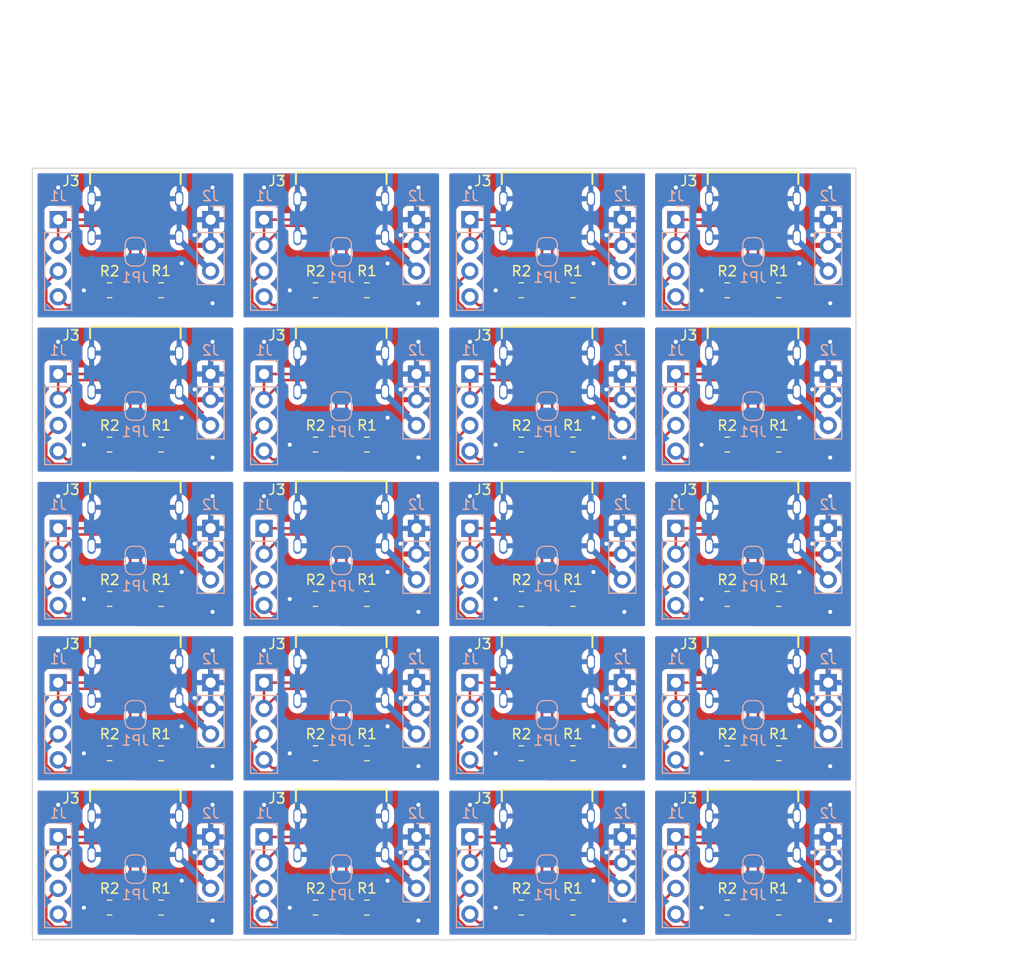
<source format=kicad_pcb>
(kicad_pcb (version 20211014) (generator pcbnew)
  (title_block (title "USB4125-GF-A Breakout Board") (date "2023-03-06") (rev "A") (company "ElektroNik Zoller") (comment 1 "Nikolai Zoller") (comment 4 "CERN-OHL-P"))
  (layers (0 "F.Cu" signal) (31 "B.Cu" signal) (34 "B.Paste" user) (35 "F.Paste" user) (36 "B.SilkS" user "B.Silkscreen") (37 "F.SilkS" user "F.Silkscreen") (38 "B.Mask" user) (39 "F.Mask" user) (44 "Edge.Cuts" user))
  (net 0 "")
  (net 1 "Board_0-/CC1")
  (net 2 "Board_0-/CC2")
  (net 3 "Board_0-/SHIELD")
  (net 4 "Board_0-/VBUS")
  (net 5 "Board_0-GND")
  (net 6 "Board_1-/CC1")
  (net 7 "Board_1-/CC2")
  (net 8 "Board_1-/SHIELD")
  (net 9 "Board_1-/VBUS")
  (net 10 "Board_1-GND")
  (net 11 "Board_2-/CC1")
  (net 12 "Board_2-/CC2")
  (net 13 "Board_2-/SHIELD")
  (net 14 "Board_2-/VBUS")
  (net 15 "Board_2-GND")
  (net 16 "Board_3-/CC1")
  (net 17 "Board_3-/CC2")
  (net 18 "Board_3-/SHIELD")
  (net 19 "Board_3-/VBUS")
  (net 20 "Board_3-GND")
  (net 21 "Board_4-/CC1")
  (net 22 "Board_4-/CC2")
  (net 23 "Board_4-/SHIELD")
  (net 24 "Board_4-/VBUS")
  (net 25 "Board_4-GND")
  (net 26 "Board_5-/CC1")
  (net 27 "Board_5-/CC2")
  (net 28 "Board_5-/SHIELD")
  (net 29 "Board_5-/VBUS")
  (net 30 "Board_5-GND")
  (net 31 "Board_6-/CC1")
  (net 32 "Board_6-/CC2")
  (net 33 "Board_6-/SHIELD")
  (net 34 "Board_6-/VBUS")
  (net 35 "Board_6-GND")
  (net 36 "Board_7-/CC1")
  (net 37 "Board_7-/CC2")
  (net 38 "Board_7-/SHIELD")
  (net 39 "Board_7-/VBUS")
  (net 40 "Board_7-GND")
  (net 41 "Board_8-/CC1")
  (net 42 "Board_8-/CC2")
  (net 43 "Board_8-/SHIELD")
  (net 44 "Board_8-/VBUS")
  (net 45 "Board_8-GND")
  (net 46 "Board_9-/CC1")
  (net 47 "Board_9-/CC2")
  (net 48 "Board_9-/SHIELD")
  (net 49 "Board_9-/VBUS")
  (net 50 "Board_9-GND")
  (net 51 "Board_10-/CC1")
  (net 52 "Board_10-/CC2")
  (net 53 "Board_10-/SHIELD")
  (net 54 "Board_10-/VBUS")
  (net 55 "Board_10-GND")
  (net 56 "Board_11-/CC1")
  (net 57 "Board_11-/CC2")
  (net 58 "Board_11-/SHIELD")
  (net 59 "Board_11-/VBUS")
  (net 60 "Board_11-GND")
  (net 61 "Board_12-/CC1")
  (net 62 "Board_12-/CC2")
  (net 63 "Board_12-/SHIELD")
  (net 64 "Board_12-/VBUS")
  (net 65 "Board_12-GND")
  (net 66 "Board_13-/CC1")
  (net 67 "Board_13-/CC2")
  (net 68 "Board_13-/SHIELD")
  (net 69 "Board_13-/VBUS")
  (net 70 "Board_13-GND")
  (net 71 "Board_14-/CC1")
  (net 72 "Board_14-/CC2")
  (net 73 "Board_14-/SHIELD")
  (net 74 "Board_14-/VBUS")
  (net 75 "Board_14-GND")
  (net 76 "Board_15-/CC1")
  (net 77 "Board_15-/CC2")
  (net 78 "Board_15-/SHIELD")
  (net 79 "Board_15-/VBUS")
  (net 80 "Board_15-GND")
  (net 81 "Board_16-/CC1")
  (net 82 "Board_16-/CC2")
  (net 83 "Board_16-/SHIELD")
  (net 84 "Board_16-/VBUS")
  (net 85 "Board_16-GND")
  (net 86 "Board_17-/CC1")
  (net 87 "Board_17-/CC2")
  (net 88 "Board_17-/SHIELD")
  (net 89 "Board_17-/VBUS")
  (net 90 "Board_17-GND")
  (net 91 "Board_18-/CC1")
  (net 92 "Board_18-/CC2")
  (net 93 "Board_18-/SHIELD")
  (net 94 "Board_18-/VBUS")
  (net 95 "Board_18-GND")
  (net 96 "Board_19-/CC1")
  (net 97 "Board_19-/CC2")
  (net 98 "Board_19-/SHIELD")
  (net 99 "Board_19-/VBUS")
  (net 100 "Board_19-GND")
  (footprint "Resistor_SMD:R_0805_2012Metric_Pad1.20x1.40mm_HandSolder" (layer "F.Cu") (at 161.2 62.055)
    (fp_text reference "R1")
    (fp_text value "5.1k")
  )
  (footprint "Resistor_SMD:R_0805_2012Metric_Pad1.20x1.40mm_HandSolder" (layer "F.Cu") (at 120.56 107.775)
    (fp_text reference "R1")
    (fp_text value "5.1k")
  )
  (footprint "Resistor_SMD:R_0805_2012Metric_Pad1.20x1.40mm_HandSolder" (layer "F.Cu") (at 161.2 107.775)
    (fp_text reference "R1")
    (fp_text value "5.1k")
  )
  (footprint "connectors:GCT_USB4125-GF-A" (layer "F.Cu") (at 158.66 114.77 180)
    (fp_text reference "J3")
    (fp_text value "USB4125-GF-A")
  )
  (footprint "Resistor_SMD:R_0805_2012Metric_Pad1.20x1.40mm_HandSolder" (layer "F.Cu") (at 176.44 123.015 180)
    (fp_text reference "R2")
    (fp_text value "5.1k")
  )
  (footprint "connectors:GCT_USB4125-GF-A" (layer "F.Cu") (at 138.34 53.81 180)
    (fp_text reference "J3")
    (fp_text value "USB4125-GF-A")
  )
  (footprint "Resistor_SMD:R_0805_2012Metric_Pad1.20x1.40mm_HandSolder" (layer "F.Cu") (at 181.52 92.535)
    (fp_text reference "R1")
    (fp_text value "5.1k")
  )
  (footprint "connectors:GCT_USB4125-GF-A" (layer "F.Cu") (at 158.66 69.05 180)
    (fp_text reference "J3")
    (fp_text value "USB4125-GF-A")
  )
  (footprint "connectors:GCT_USB4125-GF-A" (layer "F.Cu") (at 158.66 53.81 180)
    (fp_text reference "J3")
    (fp_text value "USB4125-GF-A")
  )
  (footprint "Resistor_SMD:R_0805_2012Metric_Pad1.20x1.40mm_HandSolder" (layer "F.Cu") (at 140.88 62.055)
    (fp_text reference "R1")
    (fp_text value "5.1k")
  )
  (footprint "connectors:GCT_USB4125-GF-A" (layer "F.Cu") (at 178.98 69.05 180)
    (fp_text reference "J3")
    (fp_text value "USB4125-GF-A")
  )
  (footprint "Resistor_SMD:R_0805_2012Metric_Pad1.20x1.40mm_HandSolder" (layer "F.Cu") (at 176.44 62.055 180)
    (fp_text reference "R2")
    (fp_text value "5.1k")
  )
  (footprint "Resistor_SMD:R_0805_2012Metric_Pad1.20x1.40mm_HandSolder" (layer "F.Cu") (at 181.52 62.055)
    (fp_text reference "R1")
    (fp_text value "5.1k")
  )
  (footprint "connectors:GCT_USB4125-GF-A" (layer "F.Cu") (at 118.02 114.77 180)
    (fp_text reference "J3")
    (fp_text value "USB4125-GF-A")
  )
  (footprint "Resistor_SMD:R_0805_2012Metric_Pad1.20x1.40mm_HandSolder" (layer "F.Cu") (at 156.12 92.535 180)
    (fp_text reference "R2")
    (fp_text value "5.1k")
  )
  (footprint "Resistor_SMD:R_0805_2012Metric_Pad1.20x1.40mm_HandSolder" (layer "F.Cu") (at 181.52 107.775)
    (fp_text reference "R1")
    (fp_text value "5.1k")
  )
  (footprint "Resistor_SMD:R_0805_2012Metric_Pad1.20x1.40mm_HandSolder" (layer "F.Cu") (at 156.12 62.055 180)
    (fp_text reference "R2")
    (fp_text value "5.1k")
  )
  (footprint "connectors:GCT_USB4125-GF-A" (layer "F.Cu") (at 138.34 114.77 180)
    (fp_text reference "J3")
    (fp_text value "USB4125-GF-A")
  )
  (footprint "Resistor_SMD:R_0805_2012Metric_Pad1.20x1.40mm_HandSolder" (layer "F.Cu") (at 161.2 92.535)
    (fp_text reference "R1")
    (fp_text value "5.1k")
  )
  (footprint "Resistor_SMD:R_0805_2012Metric_Pad1.20x1.40mm_HandSolder" (layer "F.Cu") (at 135.8 62.055 180)
    (fp_text reference "R2")
    (fp_text value "5.1k")
  )
  (footprint "connectors:GCT_USB4125-GF-A" (layer "F.Cu") (at 138.34 84.29 180)
    (fp_text reference "J3")
    (fp_text value "USB4125-GF-A")
  )
  (footprint "Resistor_SMD:R_0805_2012Metric_Pad1.20x1.40mm_HandSolder" (layer "F.Cu") (at 181.52 123.015)
    (fp_text reference "R1")
    (fp_text value "5.1k")
  )
  (footprint "Resistor_SMD:R_0805_2012Metric_Pad1.20x1.40mm_HandSolder" (layer "F.Cu") (at 161.2 123.015)
    (fp_text reference "R1")
    (fp_text value "5.1k")
  )
  (footprint "Resistor_SMD:R_0805_2012Metric_Pad1.20x1.40mm_HandSolder" (layer "F.Cu") (at 115.48 107.775 180)
    (fp_text reference "R2")
    (fp_text value "5.1k")
  )
  (footprint "Resistor_SMD:R_0805_2012Metric_Pad1.20x1.40mm_HandSolder" (layer "F.Cu") (at 140.88 92.535)
    (fp_text reference "R1")
    (fp_text value "5.1k")
  )
  (footprint "connectors:GCT_USB4125-GF-A" (layer "F.Cu") (at 118.02 99.53 180)
    (fp_text reference "J3")
    (fp_text value "USB4125-GF-A")
  )
  (footprint "connectors:GCT_USB4125-GF-A" (layer "F.Cu") (at 178.98 99.53 180)
    (fp_text reference "J3")
    (fp_text value "USB4125-GF-A")
  )
  (footprint "Resistor_SMD:R_0805_2012Metric_Pad1.20x1.40mm_HandSolder" (layer "F.Cu") (at 120.56 62.055)
    (fp_text reference "R1")
    (fp_text value "5.1k")
  )
  (footprint "connectors:GCT_USB4125-GF-A" (layer "F.Cu") (at 118.02 69.05 180)
    (fp_text reference "J3")
    (fp_text value "USB4125-GF-A")
  )
  (footprint "Resistor_SMD:R_0805_2012Metric_Pad1.20x1.40mm_HandSolder" (layer "F.Cu") (at 176.44 77.295 180)
    (fp_text reference "R2")
    (fp_text value "5.1k")
  )
  (footprint "Resistor_SMD:R_0805_2012Metric_Pad1.20x1.40mm_HandSolder" (layer "F.Cu") (at 161.2 77.295)
    (fp_text reference "R1")
    (fp_text value "5.1k")
  )
  (footprint "Resistor_SMD:R_0805_2012Metric_Pad1.20x1.40mm_HandSolder" (layer "F.Cu") (at 156.12 123.015 180)
    (fp_text reference "R2")
    (fp_text value "5.1k")
  )
  (footprint "Resistor_SMD:R_0805_2012Metric_Pad1.20x1.40mm_HandSolder" (layer "F.Cu") (at 140.88 107.775)
    (fp_text reference "R1")
    (fp_text value "5.1k")
  )
  (footprint "Resistor_SMD:R_0805_2012Metric_Pad1.20x1.40mm_HandSolder" (layer "F.Cu") (at 120.56 77.295)
    (fp_text reference "R1")
    (fp_text value "5.1k")
  )
  (footprint "Resistor_SMD:R_0805_2012Metric_Pad1.20x1.40mm_HandSolder" (layer "F.Cu") (at 135.8 123.015 180)
    (fp_text reference "R2")
    (fp_text value "5.1k")
  )
  (footprint "connectors:GCT_USB4125-GF-A" (layer "F.Cu") (at 178.98 114.77 180)
    (fp_text reference "J3")
    (fp_text value "USB4125-GF-A")
  )
  (footprint "Resistor_SMD:R_0805_2012Metric_Pad1.20x1.40mm_HandSolder" (layer "F.Cu") (at 176.44 107.775 180)
    (fp_text reference "R2")
    (fp_text value "5.1k")
  )
  (footprint "connectors:GCT_USB4125-GF-A" (layer "F.Cu") (at 178.98 53.81 180)
    (fp_text reference "J3")
    (fp_text value "USB4125-GF-A")
  )
  (footprint "Resistor_SMD:R_0805_2012Metric_Pad1.20x1.40mm_HandSolder" (layer "F.Cu") (at 135.8 92.535 180)
    (fp_text reference "R2")
    (fp_text value "5.1k")
  )
  (footprint "connectors:GCT_USB4125-GF-A" (layer "F.Cu") (at 158.66 99.53 180)
    (fp_text reference "J3")
    (fp_text value "USB4125-GF-A")
  )
  (footprint "connectors:GCT_USB4125-GF-A" (layer "F.Cu") (at 138.34 99.53 180)
    (fp_text reference "J3")
    (fp_text value "USB4125-GF-A")
  )
  (footprint "Resistor_SMD:R_0805_2012Metric_Pad1.20x1.40mm_HandSolder" (layer "F.Cu") (at 181.52 77.295)
    (fp_text reference "R1")
    (fp_text value "5.1k")
  )
  (footprint "Resistor_SMD:R_0805_2012Metric_Pad1.20x1.40mm_HandSolder" (layer "F.Cu") (at 115.48 123.015 180)
    (fp_text reference "R2")
    (fp_text value "5.1k")
  )
  (footprint "Resistor_SMD:R_0805_2012Metric_Pad1.20x1.40mm_HandSolder" (layer "F.Cu") (at 135.8 77.295 180)
    (fp_text reference "R2")
    (fp_text value "5.1k")
  )
  (footprint "Resistor_SMD:R_0805_2012Metric_Pad1.20x1.40mm_HandSolder" (layer "F.Cu") (at 120.56 92.535)
    (fp_text reference "R1")
    (fp_text value "5.1k")
  )
  (footprint "connectors:GCT_USB4125-GF-A" (layer "F.Cu") (at 138.34 69.05 180)
    (fp_text reference "J3")
    (fp_text value "USB4125-GF-A")
  )
  (footprint "Resistor_SMD:R_0805_2012Metric_Pad1.20x1.40mm_HandSolder" (layer "F.Cu") (at 115.48 92.535 180)
    (fp_text reference "R2")
    (fp_text value "5.1k")
  )
  (footprint "Resistor_SMD:R_0805_2012Metric_Pad1.20x1.40mm_HandSolder" (layer "F.Cu") (at 176.44 92.535 180)
    (fp_text reference "R2")
    (fp_text value "5.1k")
  )
  (footprint "Resistor_SMD:R_0805_2012Metric_Pad1.20x1.40mm_HandSolder" (layer "F.Cu") (at 135.8 107.775 180)
    (fp_text reference "R2")
    (fp_text value "5.1k")
  )
  (footprint "connectors:GCT_USB4125-GF-A" (layer "F.Cu") (at 118.02 84.29 180)
    (fp_text reference "J3")
    (fp_text value "USB4125-GF-A")
  )
  (footprint "Resistor_SMD:R_0805_2012Metric_Pad1.20x1.40mm_HandSolder" (layer "F.Cu") (at 140.88 77.295)
    (fp_text reference "R1")
    (fp_text value "5.1k")
  )
  (footprint "connectors:GCT_USB4125-GF-A" (layer "F.Cu") (at 158.66 84.29 180)
    (fp_text reference "J3")
    (fp_text value "USB4125-GF-A")
  )
  (footprint "Resistor_SMD:R_0805_2012Metric_Pad1.20x1.40mm_HandSolder" (layer "F.Cu") (at 115.48 77.295 180)
    (fp_text reference "R2")
    (fp_text value "5.1k")
  )
  (footprint "Resistor_SMD:R_0805_2012Metric_Pad1.20x1.40mm_HandSolder" (layer "F.Cu") (at 120.56 123.015)
    (fp_text reference "R1")
    (fp_text value "5.1k")
  )
  (footprint "Resistor_SMD:R_0805_2012Metric_Pad1.20x1.40mm_HandSolder" (layer "F.Cu") (at 140.88 123.015)
    (fp_text reference "R1")
    (fp_text value "5.1k")
  )
  (footprint "Resistor_SMD:R_0805_2012Metric_Pad1.20x1.40mm_HandSolder" (layer "F.Cu") (at 115.48 62.055 180)
    (fp_text reference "R2")
    (fp_text value "5.1k")
  )
  (footprint "Resistor_SMD:R_0805_2012Metric_Pad1.20x1.40mm_HandSolder" (layer "F.Cu") (at 156.12 77.295 180)
    (fp_text reference "R2")
    (fp_text value "5.1k")
  )
  (footprint "connectors:GCT_USB4125-GF-A" (layer "F.Cu") (at 118.02 53.81 180)
    (fp_text reference "J3")
    (fp_text value "USB4125-GF-A")
  )
  (footprint "connectors:GCT_USB4125-GF-A" (layer "F.Cu") (at 178.98 84.29 180)
    (fp_text reference "J3")
    (fp_text value "USB4125-GF-A")
  )
  (footprint "Resistor_SMD:R_0805_2012Metric_Pad1.20x1.40mm_HandSolder" (layer "F.Cu") (at 156.12 107.775 180)
    (fp_text reference "R2")
    (fp_text value "5.1k")
  )
  (footprint "Jumper:SolderJumper-2_P1.3mm_Open_RoundedPad1.0x1.5mm" (layer "B.Cu") (at 158.66 119.215 90)
    (fp_text reference "JP1")
    (fp_text value "SolderJumper_2_Open")
  )
  (footprint "Jumper:SolderJumper-2_P1.3mm_Open_RoundedPad1.0x1.5mm" (layer "B.Cu") (at 138.34 103.975 90)
    (fp_text reference "JP1")
    (fp_text value "SolderJumper_2_Open")
  )
  (footprint "Jumper:SolderJumper-2_P1.3mm_Open_RoundedPad1.0x1.5mm" (layer "B.Cu") (at 178.98 73.495 90)
    (fp_text reference "JP1")
    (fp_text value "SolderJumper_2_Open")
  )
  (footprint "Jumper:SolderJumper-2_P1.3mm_Open_RoundedPad1.0x1.5mm" (layer "B.Cu") (at 138.34 58.255 90)
    (fp_text reference "JP1")
    (fp_text value "SolderJumper_2_Open")
  )
  (footprint "Connector_PinHeader_2.54mm:PinHeader_1x03_P2.54mm_Vertical" (layer "B.Cu") (at 186.4075 116.04 180)
    (fp_text reference "J2")
    (fp_text value "Conn_01x03_Male")
  )
  (footprint "Connector_PinHeader_2.54mm:PinHeader_1x04_P2.54mm_Vertical" (layer "B.Cu") (at 171.36 116.04 180)
    (fp_text reference "J1")
    (fp_text value "Conn_01x04_Male")
  )
  (footprint "Connector_PinHeader_2.54mm:PinHeader_1x04_P2.54mm_Vertical" (layer "B.Cu") (at 130.72 70.32 180)
    (fp_text reference "J1")
    (fp_text value "Conn_01x04_Male")
  )
  (footprint "Jumper:SolderJumper-2_P1.3mm_Open_RoundedPad1.0x1.5mm" (layer "B.Cu") (at 118.02 73.495 90)
    (fp_text reference "JP1")
    (fp_text value "SolderJumper_2_Open")
  )
  (footprint "drawings:elektronik-emblem_3x3.5_solder" (layer "B.Cu") (at 178.98 68.796 180)
    (fp_text reference "G***" hide)
    (fp_text value "LOGO" hide)
  )
  (footprint "Connector_PinHeader_2.54mm:PinHeader_1x03_P2.54mm_Vertical" (layer "B.Cu") (at 125.4475 85.56 180)
    (fp_text reference "J2")
    (fp_text value "Conn_01x03_Male")
  )
  (footprint "drawings:elektronik-emblem_3x3.5_solder" (layer "B.Cu") (at 118.02 114.516 180)
    (fp_text reference "G***" hide)
    (fp_text value "LOGO" hide)
  )
  (footprint "Connector_PinHeader_2.54mm:PinHeader_1x03_P2.54mm_Vertical" (layer "B.Cu") (at 125.4475 70.32 180)
    (fp_text reference "J2")
    (fp_text value "Conn_01x03_Male")
  )
  (footprint "drawings:elektronik-emblem_3x3.5_solder" (layer "B.Cu") (at 178.98 84.036 180)
    (fp_text reference "G***" hide)
    (fp_text value "LOGO" hide)
  )
  (footprint "drawings:elektronik-emblem_3x3.5_solder" (layer "B.Cu") (at 118.02 68.796 180)
    (fp_text reference "G***" hide)
    (fp_text value "LOGO" hide)
  )
  (footprint "Connector_PinHeader_2.54mm:PinHeader_1x03_P2.54mm_Vertical" (layer "B.Cu") (at 125.4475 100.8 180)
    (fp_text reference "J2")
    (fp_text value "Conn_01x03_Male")
  )
  (footprint "Connector_PinHeader_2.54mm:PinHeader_1x03_P2.54mm_Vertical" (layer "B.Cu") (at 166.0875 55.08 180)
    (fp_text reference "J2")
    (fp_text value "Conn_01x03_Male")
  )
  (footprint "drawings:elektronik-emblem_3x3.5_solder" (layer "B.Cu") (at 118.02 84.036 180)
    (fp_text reference "G***" hide)
    (fp_text value "LOGO" hide)
  )
  (footprint "Jumper:SolderJumper-2_P1.3mm_Open_RoundedPad1.0x1.5mm" (layer "B.Cu") (at 118.02 58.255 90)
    (fp_text reference "JP1")
    (fp_text value "SolderJumper_2_Open")
  )
  (footprint "Connector_PinHeader_2.54mm:PinHeader_1x04_P2.54mm_Vertical" (layer "B.Cu") (at 171.36 85.56 180)
    (fp_text reference "J1")
    (fp_text value "Conn_01x04_Male")
  )
  (footprint "Connector_PinHeader_2.54mm:PinHeader_1x03_P2.54mm_Vertical" (layer "B.Cu") (at 145.7675 100.8 180)
    (fp_text reference "J2")
    (fp_text value "Conn_01x03_Male")
  )
  (footprint "drawings:elektronik-emblem_3x3.5_solder" (layer "B.Cu") (at 138.34 68.796 180)
    (fp_text reference "G***" hide)
    (fp_text value "LOGO" hide)
  )
  (footprint "Connector_PinHeader_2.54mm:PinHeader_1x04_P2.54mm_Vertical" (layer "B.Cu") (at 171.36 100.8 180)
    (fp_text reference "J1")
    (fp_text value "Conn_01x04_Male")
  )
  (footprint "drawings:elektronik-emblem_3x3.5_solder" (layer "B.Cu") (at 138.34 53.556 180)
    (fp_text reference "G***" hide)
    (fp_text value "LOGO" hide)
  )
  (footprint "Connector_PinHeader_2.54mm:PinHeader_1x04_P2.54mm_Vertical" (layer "B.Cu") (at 151.04 70.32 180)
    (fp_text reference "J1")
    (fp_text value "Conn_01x04_Male")
  )
  (footprint "Connector_PinHeader_2.54mm:PinHeader_1x03_P2.54mm_Vertical" (layer "B.Cu") (at 145.7675 116.04 180)
    (fp_text reference "J2")
    (fp_text value "Conn_01x03_Male")
  )
  (footprint "drawings:elektronik-emblem_3x3.5_solder" (layer "B.Cu") (at 178.98 99.276 180)
    (fp_text reference "G***" hide)
    (fp_text value "LOGO" hide)
  )
  (footprint "drawings:elektronik-emblem_3x3.5_solder" (layer "B.Cu") (at 118.02 53.556 180)
    (fp_text reference "G***" hide)
    (fp_text value "LOGO" hide)
  )
  (footprint "Jumper:SolderJumper-2_P1.3mm_Open_RoundedPad1.0x1.5mm" (layer "B.Cu") (at 118.02 103.975 90)
    (fp_text reference "JP1")
    (fp_text value "SolderJumper_2_Open")
  )
  (footprint "Jumper:SolderJumper-2_P1.3mm_Open_RoundedPad1.0x1.5mm" (layer "B.Cu") (at 178.98 119.215 90)
    (fp_text reference "JP1")
    (fp_text value "SolderJumper_2_Open")
  )
  (footprint "Connector_PinHeader_2.54mm:PinHeader_1x04_P2.54mm_Vertical" (layer "B.Cu") (at 151.04 116.04 180)
    (fp_text reference "J1")
    (fp_text value "Conn_01x04_Male")
  )
  (footprint "Connector_PinHeader_2.54mm:PinHeader_1x04_P2.54mm_Vertical" (layer "B.Cu") (at 171.36 55.08 180)
    (fp_text reference "J1")
    (fp_text value "Conn_01x04_Male")
  )
  (footprint "Connector_PinHeader_2.54mm:PinHeader_1x04_P2.54mm_Vertical" (layer "B.Cu") (at 130.72 100.8 180)
    (fp_text reference "J1")
    (fp_text value "Conn_01x04_Male")
  )
  (footprint "drawings:elektronik-emblem_3x3.5_solder" (layer "B.Cu") (at 158.66 68.796 180)
    (fp_text reference "G***" hide)
    (fp_text value "LOGO" hide)
  )
  (footprint "Connector_PinHeader_2.54mm:PinHeader_1x04_P2.54mm_Vertical" (layer "B.Cu") (at 130.72 85.56 180)
    (fp_text reference "J1")
    (fp_text value "Conn_01x04_Male")
  )
  (footprint "Connector_PinHeader_2.54mm:PinHeader_1x03_P2.54mm_Vertical" (layer "B.Cu") (at 145.7675 85.56 180)
    (fp_text reference "J2")
    (fp_text value "Conn_01x03_Male")
  )
  (footprint "Jumper:SolderJumper-2_P1.3mm_Open_RoundedPad1.0x1.5mm" (layer "B.Cu") (at 118.02 119.215 90)
    (fp_text reference "JP1")
    (fp_text value "SolderJumper_2_Open")
  )
  (footprint "drawings:elektronik-emblem_3x3.5_solder" (layer "B.Cu") (at 158.66 84.036 180)
    (fp_text reference "G***" hide)
    (fp_text value "LOGO" hide)
  )
  (footprint "Connector_PinHeader_2.54mm:PinHeader_1x03_P2.54mm_Vertical" (layer "B.Cu") (at 166.0875 116.04 180)
    (fp_text reference "J2")
    (fp_text value "Conn_01x03_Male")
  )
  (footprint "Connector_PinHeader_2.54mm:PinHeader_1x03_P2.54mm_Vertical" (layer "B.Cu") (at 145.7675 55.08 180)
    (fp_text reference "J2")
    (fp_text value "Conn_01x03_Male")
  )
  (footprint "Connector_PinHeader_2.54mm:PinHeader_1x03_P2.54mm_Vertical" (layer "B.Cu") (at 166.0875 70.32 180)
    (fp_text reference "J2")
    (fp_text value "Conn_01x03_Male")
  )
  (footprint "Jumper:SolderJumper-2_P1.3mm_Open_RoundedPad1.0x1.5mm" (layer "B.Cu") (at 138.34 119.215 90)
    (fp_text reference "JP1")
    (fp_text value "SolderJumper_2_Open")
  )
  (footprint "drawings:elektronik-emblem_3x3.5_solder" (layer "B.Cu") (at 158.66 53.556 180)
    (fp_text reference "G***" hide)
    (fp_text value "LOGO" hide)
  )
  (footprint "Connector_PinHeader_2.54mm:PinHeader_1x04_P2.54mm_Vertical" (layer "B.Cu") (at 151.04 85.56 180)
    (fp_text reference "J1")
    (fp_text value "Conn_01x04_Male")
  )
  (footprint "Jumper:SolderJumper-2_P1.3mm_Open_RoundedPad1.0x1.5mm" (layer "B.Cu") (at 178.98 58.255 90)
    (fp_text reference "JP1")
    (fp_text value "SolderJumper_2_Open")
  )
  (footprint "Connector_PinHeader_2.54mm:PinHeader_1x04_P2.54mm_Vertical" (layer "B.Cu") (at 110.4 55.08 180)
    (fp_text reference "J1")
    (fp_text value "Conn_01x04_Male")
  )
  (footprint "Connector_PinHeader_2.54mm:PinHeader_1x03_P2.54mm_Vertical" (layer "B.Cu") (at 166.0875 100.8 180)
    (fp_text reference "J2")
    (fp_text value "Conn_01x03_Male")
  )
  (footprint "Jumper:SolderJumper-2_P1.3mm_Open_RoundedPad1.0x1.5mm" (layer "B.Cu") (at 138.34 73.495 90)
    (fp_text reference "JP1")
    (fp_text value "SolderJumper_2_Open")
  )
  (footprint "Connector_PinHeader_2.54mm:PinHeader_1x04_P2.54mm_Vertical" (layer "B.Cu") (at 151.04 100.8 180)
    (fp_text reference "J1")
    (fp_text value "Conn_01x04_Male")
  )
  (footprint "Connector_PinHeader_2.54mm:PinHeader_1x03_P2.54mm_Vertical" (layer "B.Cu") (at 186.4075 70.32 180)
    (fp_text reference "J2")
    (fp_text value "Conn_01x03_Male")
  )
  (footprint "drawings:elektronik-emblem_3x3.5_solder" (layer "B.Cu") (at 178.98 53.556 180)
    (fp_text reference "G***" hide)
    (fp_text value "LOGO" hide)
  )
  (footprint "Connector_PinHeader_2.54mm:PinHeader_1x03_P2.54mm_Vertical" (layer "B.Cu") (at 166.0875 85.56 180)
    (fp_text reference "J2")
    (fp_text value "Conn_01x03_Male")
  )
  (footprint "drawings:elektronik-emblem_3x3.5_solder" (layer "B.Cu") (at 158.66 114.516 180)
    (fp_text reference "G***" hide)
    (fp_text value "LOGO" hide)
  )
  (footprint "drawings:elektronik-emblem_3x3.5_solder" (layer "B.Cu") (at 138.34 99.276 180)
    (fp_text reference "G***" hide)
    (fp_text value "LOGO" hide)
  )
  (footprint "Connector_PinHeader_2.54mm:PinHeader_1x04_P2.54mm_Vertical" (layer "B.Cu") (at 110.4 116.04 180)
    (fp_text reference "J1")
    (fp_text value "Conn_01x04_Male")
  )
  (footprint "Jumper:SolderJumper-2_P1.3mm_Open_RoundedPad1.0x1.5mm" (layer "B.Cu") (at 158.66 58.255 90)
    (fp_text reference "JP1")
    (fp_text value "SolderJumper_2_Open")
  )
  (footprint "drawings:elektronik-emblem_3x3.5_solder" (layer "B.Cu") (at 118.02 99.276 180)
    (fp_text reference "G***" hide)
    (fp_text value "LOGO" hide)
  )
  (footprint "Jumper:SolderJumper-2_P1.3mm_Open_RoundedPad1.0x1.5mm" (layer "B.Cu") (at 138.34 88.735 90)
    (fp_text reference "JP1")
    (fp_text value "SolderJumper_2_Open")
  )
  (footprint "Connector_PinHeader_2.54mm:PinHeader_1x03_P2.54mm_Vertical" (layer "B.Cu") (at 125.4475 116.04 180)
    (fp_text reference "J2")
    (fp_text value "Conn_01x03_Male")
  )
  (footprint "Jumper:SolderJumper-2_P1.3mm_Open_RoundedPad1.0x1.5mm" (layer "B.Cu") (at 118.02 88.735 90)
    (fp_text reference "JP1")
    (fp_text value "SolderJumper_2_Open")
  )
  (footprint "Jumper:SolderJumper-2_P1.3mm_Open_RoundedPad1.0x1.5mm" (layer "B.Cu") (at 158.66 73.495 90)
    (fp_text reference "JP1")
    (fp_text value "SolderJumper_2_Open")
  )
  (footprint "Connector_PinHeader_2.54mm:PinHeader_1x04_P2.54mm_Vertical" (layer "B.Cu") (at 110.4 85.56 180)
    (fp_text reference "J1")
    (fp_text value "Conn_01x04_Male")
  )
  (footprint "Connector_PinHeader_2.54mm:PinHeader_1x03_P2.54mm_Vertical" (layer "B.Cu") (at 186.4075 55.08 180)
    (fp_text reference "J2")
    (fp_text value "Conn_01x03_Male")
  )
  (footprint "Connector_PinHeader_2.54mm:PinHeader_1x04_P2.54mm_Vertical" (layer "B.Cu") (at 130.72 116.04 180)
    (fp_text reference "J1")
    (fp_text value "Conn_01x04_Male")
  )
  (footprint "Jumper:SolderJumper-2_P1.3mm_Open_RoundedPad1.0x1.5mm" (layer "B.Cu") (at 158.66 88.735 90)
    (fp_text reference "JP1")
    (fp_text value "SolderJumper_2_Open")
  )
  (footprint "drawings:elektronik-emblem_3x3.5_solder" (layer "B.Cu") (at 138.34 114.516 180)
    (fp_text reference "G***" hide)
    (fp_text value "LOGO" hide)
  )
  (footprint "Connector_PinHeader_2.54mm:PinHeader_1x03_P2.54mm_Vertical" (layer "B.Cu") (at 186.4075 100.8 180)
    (fp_text reference "J2")
    (fp_text value "Conn_01x03_Male")
  )
  (footprint "Jumper:SolderJumper-2_P1.3mm_Open_RoundedPad1.0x1.5mm" (layer "B.Cu") (at 178.98 103.975 90)
    (fp_text reference "JP1")
    (fp_text value "SolderJumper_2_Open")
  )
  (footprint "Connector_PinHeader_2.54mm:PinHeader_1x03_P2.54mm_Vertical" (layer "B.Cu") (at 125.4475 55.08 180)
    (fp_text reference "J2")
    (fp_text value "Conn_01x03_Male")
  )
  (footprint "Connector_PinHeader_2.54mm:PinHeader_1x03_P2.54mm_Vertical" (layer "B.Cu") (at 145.7675 70.32 180)
    (fp_text reference "J2")
    (fp_text value "Conn_01x03_Male")
  )
  (footprint "drawings:elektronik-emblem_3x3.5_solder" (layer "B.Cu") (at 178.98 114.516 180)
    (fp_text reference "G***" hide)
    (fp_text value "LOGO" hide)
  )
  (footprint "Connector_PinHeader_2.54mm:PinHeader_1x04_P2.54mm_Vertical" (layer "B.Cu") (at 130.72 55.08 180)
    (fp_text reference "J1")
    (fp_text value "Conn_01x04_Male")
  )
  (footprint "Jumper:SolderJumper-2_P1.3mm_Open_RoundedPad1.0x1.5mm" (layer "B.Cu") (at 158.66 103.975 90)
    (fp_text reference "JP1")
    (fp_text value "SolderJumper_2_Open")
  )
  (footprint "drawings:elektronik-emblem_3x3.5_solder" (layer "B.Cu") (at 158.66 99.276 180)
    (fp_text reference "G***" hide)
    (fp_text value "LOGO" hide)
  )
  (footprint "Connector_PinHeader_2.54mm:PinHeader_1x04_P2.54mm_Vertical" (layer "B.Cu") (at 110.4 70.32 180)
    (fp_text reference "J1")
    (fp_text value "Conn_01x04_Male")
  )
  (footprint "Jumper:SolderJumper-2_P1.3mm_Open_RoundedPad1.0x1.5mm" (layer "B.Cu") (at 178.98 88.735 90)
    (fp_text reference "JP1")
    (fp_text value "SolderJumper_2_Open")
  )
  (footprint "Connector_PinHeader_2.54mm:PinHeader_1x04_P2.54mm_Vertical" (layer "B.Cu") (at 110.4 100.8 180)
    (fp_text reference "J1")
    (fp_text value "Conn_01x04_Male")
  )
  (footprint "drawings:elektronik-emblem_3x3.5_solder" (layer "B.Cu") (at 138.34 84.036 180)
    (fp_text reference "G***" hide)
    (fp_text value "LOGO" hide)
  )
  (footprint "Connector_PinHeader_2.54mm:PinHeader_1x03_P2.54mm_Vertical" (layer "B.Cu") (at 186.4075 85.56 180)
    (fp_text reference "J2")
    (fp_text value "Conn_01x03_Male")
  )
  (footprint "Connector_PinHeader_2.54mm:PinHeader_1x04_P2.54mm_Vertical" (layer "B.Cu") (at 151.04 55.08 180)
    (fp_text reference "J1")
    (fp_text value "Conn_01x04_Male")
  )
  (footprint "Connector_PinHeader_2.54mm:PinHeader_1x04_P2.54mm_Vertical" (layer "B.Cu") (at 171.36 70.32 180)
    (fp_text reference "J1")
    (fp_text value "Conn_01x04_Male")
  )
  (gr_line (start 107.86 110.96) (end 107.86 126.2) (layer "Edge.Cuts") (width 0.1))
  (gr_line (start 128.18 50) (end 107.86 50) (layer "Edge.Cuts") (width 0.1))
  (gr_line (start 128.18 126.2) (end 148.5 126.2) (layer "Edge.Cuts") (width 0.1))
  (gr_line (start 189.14 126.2) (end 189.14 126.2) (layer "Edge.Cuts") (width 0.1))
  (gr_line (start 189.14 95.72) (end 189.14 80.48) (layer "Edge.Cuts") (width 0.1))
  (gr_line (start 107.86 50) (end 107.86 65.24) (layer "Edge.Cuts") (width 0.1))
  (gr_line (start 189.14 126.2) (end 189.14 110.96) (layer "Edge.Cuts") (width 0.1))
  (gr_line (start 107.86 65.24) (end 107.86 80.48) (layer "Edge.Cuts") (width 0.1))
  (gr_line (start 189.14 80.48) (end 189.14 65.24) (layer "Edge.Cuts") (width 0.1))
  (gr_line (start 107.86 95.72) (end 107.86 110.96) (layer "Edge.Cuts") (width 0.1))
  (gr_line (start 168.82 50) (end 148.5 50) (layer "Edge.Cuts") (width 0.1))
  (gr_line (start 189.14 110.96) (end 189.14 95.72) (layer "Edge.Cuts") (width 0.1))
  (gr_line (start 189.14 65.24) (end 189.14 50) (layer "Edge.Cuts") (width 0.1))
  (gr_line (start 148.5 50) (end 128.18 50) (layer "Edge.Cuts") (width 0.1))
  (gr_line (start 148.5 126.2) (end 168.82 126.2) (layer "Edge.Cuts") (width 0.1))
  (gr_line (start 107.86 80.48) (end 107.86 95.72) (layer "Edge.Cuts") (width 0.1))
  (gr_line (start 168.82 126.2) (end 189.14 126.2) (layer "Edge.Cuts") (width 0.1))
  (gr_line (start 189.14 50) (end 168.82 50) (layer "Edge.Cuts") (width 0.1))
  (gr_line (start 107.86 126.2) (end 128.18 126.2) (layer "Edge.Cuts") (width 0.1))
  (segment (start 109.225 61.335) (end 109.225 63.186701) (width 0.25) (layer "F.Cu") (net 1))
  (segment (start 117.645 63.97) (end 119.56 62.055) (width 0.25) (layer "F.Cu") (net 1))
  (segment (start 118.52 61.015) (end 119.56 62.055) (width 0.25) (layer "F.Cu") (net 1))
  (segment (start 118.52 56.89) (end 118.52 61.015) (width 0.25) (layer "F.Cu") (net 1))
  (segment (start 110.4 60.16) (end 109.225 61.335) (width 0.25) (layer "F.Cu") (net 1))
  (segment (start 109.225 63.186701) (end 110.008299 63.97) (width 0.25) (layer "F.Cu") (net 1))
  (segment (start 110.008299 63.97) (end 117.645 63.97) (width 0.25) (layer "F.Cu") (net 1))
  (segment (start 111.22 63.52) (end 110.4 62.7) (width 0.25) (layer "F.Cu") (net 2))
  (segment (start 116.48 62.97) (end 115.93 63.52) (width 0.25) (layer "F.Cu") (net 2))
  (segment (start 116.48 62.055) (end 116.48 62.97) (width 0.25) (layer "F.Cu") (net 2))
  (segment (start 115.93 63.52) (end 111.22 63.52) (width 0.25) (layer "F.Cu") (net 2))
  (segment (start 117.52 61.015) (end 117.52 56.89) (width 0.25) (layer "F.Cu") (net 2))
  (segment (start 116.48 62.055) (end 117.52 61.015) (width 0.25) (layer "F.Cu") (net 2))
  (segment (start 122.34 56.81) (end 122.34 57.0525) (width 0.6) (layer "B.Cu") (net 3))
  (segment (start 122.34 57.0525) (end 125.4475 60.16) (width 0.6) (layer "B.Cu") (net 3))
  (segment (start 119.54 56.89) (end 119.54 56.04) (width 0.25) (layer "F.Cu") (net 4))
  (segment (start 116.5 56.89) (end 116.5 56.47) (width 0.25) (layer "F.Cu") (net 4))
  (segment (start 118.58 55.08) (end 110.4 55.08) (width 0.25) (layer "F.Cu") (net 4))
  (segment (start 119.54 56.04) (end 118.58 55.08) (width 0.25) (layer "F.Cu") (net 4))
  (segment (start 110.4 55.08) (end 110.4 57.62) (width 0.25) (layer "F.Cu") (net 4))
  (segment (start 112.335 55.685) (end 110.4 57.62) (width 0.25) (layer "F.Cu") (net 4))
  (segment (start 115.715 55.685) (end 112.335 55.685) (width 0.25) (layer "F.Cu") (net 4))
  (segment (start 116.5 56.47) (end 115.715 55.685) (width 0.25) (layer "F.Cu") (net 4))
  (via (at 123.862 56.604) (size 0.8) (drill 0.4) (layers "F.Cu" "B.Cu") (net 5))
  (via (at 125.64 63.335) (size 0.8) (drill 0.4) (layers "F.Cu" "B.Cu") (net 5))
  (via (at 112.94 62.065) (size 0.8) (drill 0.4) (layers "F.Cu" "B.Cu") (net 5))
  (via (at 122.592 59.398) (size 0.8) (drill 0.4) (layers "F.Cu" "B.Cu") (net 5))
  (via (at 110.4 51.905) (size 0.8) (drill 0.4) (layers "F.Cu" "B.Cu") (net 5))
  (via (at 125.64 51.905) (size 0.8) (drill 0.4) (layers "F.Cu" "B.Cu") (net 5))
  (segment (start 118.67 59.11538) (end 118.67 59.525) (width 0.25) (layer "B.Cu") (net 5))
  (segment (start 129.545 61.335) (end 129.545 63.186701) (width 0.25) (layer "F.Cu") (net 6))
  (segment (start 138.84 61.015) (end 139.88 62.055) (width 0.25) (layer "F.Cu") (net 6))
  (segment (start 130.328299 63.97) (end 137.965 63.97) (width 0.25) (layer "F.Cu") (net 6))
  (segment (start 130.72 60.16) (end 129.545 61.335) (width 0.25) (layer "F.Cu") (net 6))
  (segment (start 138.84 56.89) (end 138.84 61.015) (width 0.25) (layer "F.Cu") (net 6))
  (segment (start 129.545 63.186701) (end 130.328299 63.97) (width 0.25) (layer "F.Cu") (net 6))
  (segment (start 137.965 63.97) (end 139.88 62.055) (width 0.25) (layer "F.Cu") (net 6))
  (segment (start 136.8 62.97) (end 136.25 63.52) (width 0.25) (layer "F.Cu") (net 7))
  (segment (start 136.25 63.52) (end 131.54 63.52) (width 0.25) (layer "F.Cu") (net 7))
  (segment (start 136.8 62.055) (end 137.84 61.015) (width 0.25) (layer "F.Cu") (net 7))
  (segment (start 136.8 62.055) (end 136.8 62.97) (width 0.25) (layer "F.Cu") (net 7))
  (segment (start 131.54 63.52) (end 130.72 62.7) (width 0.25) (layer "F.Cu") (net 7))
  (segment (start 137.84 61.015) (end 137.84 56.89) (width 0.25) (layer "F.Cu") (net 7))
  (segment (start 142.66 57.0525) (end 145.7675 60.16) (width 0.6) (layer "B.Cu") (net 8))
  (segment (start 142.66 56.81) (end 142.66 57.0525) (width 0.6) (layer "B.Cu") (net 8))
  (segment (start 136.82 56.47) (end 136.035 55.685) (width 0.25) (layer "F.Cu") (net 9))
  (segment (start 130.72 55.08) (end 130.72 57.62) (width 0.25) (layer "F.Cu") (net 9))
  (segment (start 136.035 55.685) (end 132.655 55.685) (width 0.25) (layer "F.Cu") (net 9))
  (segment (start 132.655 55.685) (end 130.72 57.62) (width 0.25) (layer "F.Cu") (net 9))
  (segment (start 139.86 56.04) (end 138.9 55.08) (width 0.25) (layer "F.Cu") (net 9))
  (segment (start 139.86 56.89) (end 139.86 56.04) (width 0.25) (layer "F.Cu") (net 9))
  (segment (start 136.82 56.89) (end 136.82 56.47) (width 0.25) (layer "F.Cu") (net 9))
  (segment (start 138.9 55.08) (end 130.72 55.08) (width 0.25) (layer "F.Cu") (net 9))
  (via (at 130.72 51.905) (size 0.8) (drill 0.4) (layers "F.Cu" "B.Cu") (net 10))
  (via (at 145.96 63.335) (size 0.8) (drill 0.4) (layers "F.Cu" "B.Cu") (net 10))
  (via (at 142.912 59.398) (size 0.8) (drill 0.4) (layers "F.Cu" "B.Cu") (net 10))
  (via (at 144.182 56.604) (size 0.8) (drill 0.4) (layers "F.Cu" "B.Cu") (net 10))
  (via (at 133.26 62.065) (size 0.8) (drill 0.4) (layers "F.Cu" "B.Cu") (net 10))
  (via (at 145.96 51.905) (size 0.8) (drill 0.4) (layers "F.Cu" "B.Cu") (net 10))
  (segment (start 138.99 59.11538) (end 138.99 59.525) (width 0.25) (layer "B.Cu") (net 10))
  (segment (start 149.865 61.335) (end 149.865 63.186701) (width 0.25) (layer "F.Cu") (net 11))
  (segment (start 151.04 60.16) (end 149.865 61.335) (width 0.25) (layer "F.Cu") (net 11))
  (segment (start 159.16 56.89) (end 159.16 61.015) (width 0.25) (layer "F.Cu") (net 11))
  (segment (start 158.285 63.97) (end 160.2 62.055) (width 0.25) (layer "F.Cu") (net 11))
  (segment (start 159.16 61.015) (end 160.2 62.055) (width 0.25) (layer "F.Cu") (net 11))
  (segment (start 149.865 63.186701) (end 150.648299 63.97) (width 0.25) (layer "F.Cu") (net 11))
  (segment (start 150.648299 63.97) (end 158.285 63.97) (width 0.25) (layer "F.Cu") (net 11))
  (segment (start 157.12 62.055) (end 158.16 61.015) (width 0.25) (layer "F.Cu") (net 12))
  (segment (start 158.16 61.015) (end 158.16 56.89) (width 0.25) (layer "F.Cu") (net 12))
  (segment (start 157.12 62.055) (end 157.12 62.97) (width 0.25) (layer "F.Cu") (net 12))
  (segment (start 157.12 62.97) (end 156.57 63.52) (width 0.25) (layer "F.Cu") (net 12))
  (segment (start 156.57 63.52) (end 151.86 63.52) (width 0.25) (layer "F.Cu") (net 12))
  (segment (start 151.86 63.52) (end 151.04 62.7) (width 0.25) (layer "F.Cu") (net 12))
  (segment (start 162.98 57.0525) (end 166.0875 60.16) (width 0.6) (layer "B.Cu") (net 13))
  (segment (start 162.98 56.81) (end 162.98 57.0525) (width 0.6) (layer "B.Cu") (net 13))
  (segment (start 152.975 55.685) (end 151.04 57.62) (width 0.25) (layer "F.Cu") (net 14))
  (segment (start 160.18 56.04) (end 159.22 55.08) (width 0.25) (layer "F.Cu") (net 14))
  (segment (start 157.14 56.47) (end 156.355 55.685) (width 0.25) (layer "F.Cu") (net 14))
  (segment (start 151.04 55.08) (end 151.04 57.62) (width 0.25) (layer "F.Cu") (net 14))
  (segment (start 156.355 55.685) (end 152.975 55.685) (width 0.25) (layer "F.Cu") (net 14))
  (segment (start 159.22 55.08) (end 151.04 55.08) (width 0.25) (layer "F.Cu") (net 14))
  (segment (start 160.18 56.89) (end 160.18 56.04) (width 0.25) (layer "F.Cu") (net 14))
  (segment (start 157.14 56.89) (end 157.14 56.47) (width 0.25) (layer "F.Cu") (net 14))
  (via (at 163.232 59.398) (size 0.8) (drill 0.4) (layers "F.Cu" "B.Cu") (net 15))
  (via (at 153.58 62.065) (size 0.8) (drill 0.4) (layers "F.Cu" "B.Cu") (net 15))
  (via (at 151.04 51.905) (size 0.8) (drill 0.4) (layers "F.Cu" "B.Cu") (net 15))
  (via (at 166.28 51.905) (size 0.8) (drill 0.4) (layers "F.Cu" "B.Cu") (net 15))
  (via (at 166.28 63.335) (size 0.8) (drill 0.4) (layers "F.Cu" "B.Cu") (net 15))
  (via (at 164.502 56.604) (size 0.8) (drill 0.4) (layers "F.Cu" "B.Cu") (net 15))
  (segment (start 159.31 59.11538) (end 159.31 59.525) (width 0.25) (layer "B.Cu") (net 15))
  (segment (start 170.185 63.186701) (end 170.968299 63.97) (width 0.25) (layer "F.Cu") (net 16))
  (segment (start 170.185 61.335) (end 170.185 63.186701) (width 0.25) (layer "F.Cu") (net 16))
  (segment (start 171.36 60.16) (end 170.185 61.335) (width 0.25) (layer "F.Cu") (net 16))
  (segment (start 179.48 56.89) (end 179.48 61.015) (width 0.25) (layer "F.Cu") (net 16))
  (segment (start 179.48 61.015) (end 180.52 62.055) (width 0.25) (layer "F.Cu") (net 16))
  (segment (start 170.968299 63.97) (end 178.605 63.97) (width 0.25) (layer "F.Cu") (net 16))
  (segment (start 178.605 63.97) (end 180.52 62.055) (width 0.25) (layer "F.Cu") (net 16))
  (segment (start 177.44 62.055) (end 178.48 61.015) (width 0.25) (layer "F.Cu") (net 17))
  (segment (start 178.48 61.015) (end 178.48 56.89) (width 0.25) (layer "F.Cu") (net 17))
  (segment (start 177.44 62.055) (end 177.44 62.97) (width 0.25) (layer "F.Cu") (net 17))
  (segment (start 172.18 63.52) (end 171.36 62.7) (width 0.25) (layer "F.Cu") (net 17))
  (segment (start 177.44 62.97) (end 176.89 63.52) (width 0.25) (layer "F.Cu") (net 17))
  (segment (start 176.89 63.52) (end 172.18 63.52) (width 0.25) (layer "F.Cu") (net 17))
  (segment (start 183.3 57.0525) (end 186.4075 60.16) (width 0.6) (layer "B.Cu") (net 18))
  (segment (start 183.3 56.81) (end 183.3 57.0525) (width 0.6) (layer "B.Cu") (net 18))
  (segment (start 171.36 55.08) (end 171.36 57.62) (width 0.25) (layer "F.Cu") (net 19))
  (segment (start 180.5 56.89) (end 180.5 56.04) (width 0.25) (layer "F.Cu") (net 19))
  (segment (start 173.295 55.685) (end 171.36 57.62) (width 0.25) (layer "F.Cu") (net 19))
  (segment (start 180.5 56.04) (end 179.54 55.08) (width 0.25) (layer "F.Cu") (net 19))
  (segment (start 177.46 56.47) (end 176.675 55.685) (width 0.25) (layer "F.Cu") (net 19))
  (segment (start 177.46 56.89) (end 177.46 56.47) (width 0.25) (layer "F.Cu") (net 19))
  (segment (start 176.675 55.685) (end 173.295 55.685) (width 0.25) (layer "F.Cu") (net 19))
  (segment (start 179.54 55.08) (end 171.36 55.08) (width 0.25) (layer "F.Cu") (net 19))
  (via (at 173.9 62.065) (size 0.8) (drill 0.4) (layers "F.Cu" "B.Cu") (net 20))
  (via (at 186.6 63.335) (size 0.8) (drill 0.4) (layers "F.Cu" "B.Cu") (net 20))
  (via (at 183.552 59.398) (size 0.8) (drill 0.4) (layers "F.Cu" "B.Cu") (net 20))
  (via (at 184.822 56.604) (size 0.8) (drill 0.4) (layers "F.Cu" "B.Cu") (net 20))
  (via (at 171.36 51.905) (size 0.8) (drill 0.4) (layers "F.Cu" "B.Cu") (net 20))
  (via (at 186.6 51.905) (size 0.8) (drill 0.4) (layers "F.Cu" "B.Cu") (net 20))
  (segment (start 179.63 59.11538) (end 179.63 59.525) (width 0.25) (layer "B.Cu") (net 20))
  (segment (start 118.52 76.255) (end 119.56 77.295) (width 0.25) (layer "F.Cu") (net 21))
  (segment (start 117.645 79.21) (end 119.56 77.295) (width 0.25) (layer "F.Cu") (net 21))
  (segment (start 110.4 75.4) (end 109.225 76.575) (width 0.25) (layer "F.Cu") (net 21))
  (segment (start 118.52 72.13) (end 118.52 76.255) (width 0.25) (layer "F.Cu") (net 21))
  (segment (start 109.225 78.426701) (end 110.008299 79.21) (width 0.25) (layer "F.Cu") (net 21))
  (segment (start 110.008299 79.21) (end 117.645 79.21) (width 0.25) (layer "F.Cu") (net 21))
  (segment (start 109.225 76.575) (end 109.225 78.426701) (width 0.25) (layer "F.Cu") (net 21))
  (segment (start 116.48 77.295) (end 116.48 78.21) (width 0.25) (layer "F.Cu") (net 22))
  (segment (start 115.93 78.76) (end 111.22 78.76) (width 0.25) (layer "F.Cu") (net 22))
  (segment (start 111.22 78.76) (end 110.4 77.94) (width 0.25) (layer "F.Cu") (net 22))
  (segment (start 116.48 78.21) (end 115.93 78.76) (width 0.25) (layer "F.Cu") (net 22))
  (segment (start 117.52 76.255) (end 117.52 72.13) (width 0.25) (layer "F.Cu") (net 22))
  (segment (start 116.48 77.295) (end 117.52 76.255) (width 0.25) (layer "F.Cu") (net 22))
  (segment (start 122.34 72.05) (end 122.34 72.2925) (width 0.6) (layer "B.Cu") (net 23))
  (segment (start 122.34 72.2925) (end 125.4475 75.4) (width 0.6) (layer "B.Cu") (net 23))
  (segment (start 118.58 70.32) (end 110.4 70.32) (width 0.25) (layer "F.Cu") (net 24))
  (segment (start 116.5 72.13) (end 116.5 71.71) (width 0.25) (layer "F.Cu") (net 24))
  (segment (start 112.335 70.925) (end 110.4 72.86) (width 0.25) (layer "F.Cu") (net 24))
  (segment (start 119.54 72.13) (end 119.54 71.28) (width 0.25) (layer "F.Cu") (net 24))
  (segment (start 110.4 70.32) (end 110.4 72.86) (width 0.25) (layer "F.Cu") (net 24))
  (segment (start 115.715 70.925) (end 112.335 70.925) (width 0.25) (layer "F.Cu") (net 24))
  (segment (start 119.54 71.28) (end 118.58 70.32) (width 0.25) (layer "F.Cu") (net 24))
  (segment (start 116.5 71.71) (end 115.715 70.925) (width 0.25) (layer "F.Cu") (net 24))
  (via (at 122.592 74.638) (size 0.8) (drill 0.4) (layers "F.Cu" "B.Cu") (net 25))
  (via (at 112.94 77.305) (size 0.8) (drill 0.4) (layers "F.Cu" "B.Cu") (net 25))
  (via (at 125.64 78.575) (size 0.8) (drill 0.4) (layers "F.Cu" "B.Cu") (net 25))
  (via (at 125.64 67.145) (size 0.8) (drill 0.4) (layers "F.Cu" "B.Cu") (net 25))
  (via (at 110.4 67.145) (size 0.8) (drill 0.4) (layers "F.Cu" "B.Cu") (net 25))
  (via (at 123.862 71.844) (size 0.8) (drill 0.4) (layers "F.Cu" "B.Cu") (net 25))
  (segment (start 118.67 74.35538) (end 118.67 74.765) (width 0.25) (layer "B.Cu") (net 25))
  (segment (start 138.84 76.255) (end 139.88 77.295) (width 0.25) (layer "F.Cu") (net 26))
  (segment (start 129.545 78.426701) (end 130.328299 79.21) (width 0.25) (layer "F.Cu") (net 26))
  (segment (start 137.965 79.21) (end 139.88 77.295) (width 0.25) (layer "F.Cu") (net 26))
  (segment (start 138.84 72.13) (end 138.84 76.255) (width 0.25) (layer "F.Cu") (net 26))
  (segment (start 130.72 75.4) (end 129.545 76.575) (width 0.25) (layer "F.Cu") (net 26))
  (segment (start 130.328299 79.21) (end 137.965 79.21) (width 0.25) (layer "F.Cu") (net 26))
  (segment (start 129.545 76.575) (end 129.545 78.426701) (width 0.25) (layer "F.Cu") (net 26))
  (segment (start 136.8 78.21) (end 136.25 78.76) (width 0.25) (layer "F.Cu") (net 27))
  (segment (start 131.54 78.76) (end 130.72 77.94) (width 0.25) (layer "F.Cu") (net 27))
  (segment (start 136.25 78.76) (end 131.54 78.76) (width 0.25) (layer "F.Cu") (net 27))
  (segment (start 136.8 77.295) (end 136.8 78.21) (width 0.25) (layer "F.Cu") (net 27))
  (segment (start 136.8 77.295) (end 137.84 76.255) (width 0.25) (layer "F.Cu") (net 27))
  (segment (start 137.84 76.255) (end 137.84 72.13) (width 0.25) (layer "F.Cu") (net 27))
  (segment (start 142.66 72.05) (end 142.66 72.2925) (width 0.6) (layer "B.Cu") (net 28))
  (segment (start 142.66 72.2925) (end 145.7675 75.4) (width 0.6) (layer "B.Cu") (net 28))
  (segment (start 136.82 72.13) (end 136.82 71.71) (width 0.25) (layer "F.Cu") (net 29))
  (segment (start 130.72 70.32) (end 130.72 72.86) (width 0.25) (layer "F.Cu") (net 29))
  (segment (start 136.035 70.925) (end 132.655 70.925) (width 0.25) (layer "F.Cu") (net 29))
  (segment (start 139.86 72.13) (end 139.86 71.28) (width 0.25) (layer "F.Cu") (net 29))
  (segment (start 136.82 71.71) (end 136.035 70.925) (width 0.25) (layer "F.Cu") (net 29))
  (segment (start 139.86 71.28) (end 138.9 70.32) (width 0.25) (layer "F.Cu") (net 29))
  (segment (start 132.655 70.925) (end 130.72 72.86) (width 0.25) (layer "F.Cu") (net 29))
  (segment (start 138.9 70.32) (end 130.72 70.32) (width 0.25) (layer "F.Cu") (net 29))
  (via (at 142.912 74.638) (size 0.8) (drill 0.4) (layers "F.Cu" "B.Cu") (net 30))
  (via (at 144.182 71.844) (size 0.8) (drill 0.4) (layers "F.Cu" "B.Cu") (net 30))
  (via (at 145.96 67.145) (size 0.8) (drill 0.4) (layers "F.Cu" "B.Cu") (net 30))
  (via (at 130.72 67.145) (size 0.8) (drill 0.4) (layers "F.Cu" "B.Cu") (net 30))
  (via (at 133.26 77.305) (size 0.8) (drill 0.4) (layers "F.Cu" "B.Cu") (net 30))
  (via (at 145.96 78.575) (size 0.8) (drill 0.4) (layers "F.Cu" "B.Cu") (net 30))
  (segment (start 138.99 74.35538) (end 138.99 74.765) (width 0.25) (layer "B.Cu") (net 30))
  (segment (start 159.16 72.13) (end 159.16 76.255) (width 0.25) (layer "F.Cu") (net 31))
  (segment (start 158.285 79.21) (end 160.2 77.295) (width 0.25) (layer "F.Cu") (net 31))
  (segment (start 149.865 76.575) (end 149.865 78.426701) (width 0.25) (layer "F.Cu") (net 31))
  (segment (start 151.04 75.4) (end 149.865 76.575) (width 0.25) (layer "F.Cu") (net 31))
  (segment (start 150.648299 79.21) (end 158.285 79.21) (width 0.25) (layer "F.Cu") (net 31))
  (segment (start 159.16 76.255) (end 160.2 77.295) (width 0.25) (layer "F.Cu") (net 31))
  (segment (start 149.865 78.426701) (end 150.648299 79.21) (width 0.25) (layer "F.Cu") (net 31))
  (segment (start 156.57 78.76) (end 151.86 78.76) (width 0.25) (layer "F.Cu") (net 32))
  (segment (start 157.12 78.21) (end 156.57 78.76) (width 0.25) (layer "F.Cu") (net 32))
  (segment (start 151.86 78.76) (end 151.04 77.94) (width 0.25) (layer "F.Cu") (net 32))
  (segment (start 158.16 76.255) (end 158.16 72.13) (width 0.25) (layer "F.Cu") (net 32))
  (segment (start 157.12 77.295) (end 158.16 76.255) (width 0.25) (layer "F.Cu") (net 32))
  (segment (start 157.12 77.295) (end 157.12 78.21) (width 0.25) (layer "F.Cu") (net 32))
  (segment (start 162.98 72.2925) (end 166.0875 75.4) (width 0.6) (layer "B.Cu") (net 33))
  (segment (start 162.98 72.05) (end 162.98 72.2925) (width 0.6) (layer "B.Cu") (net 33))
  (segment (start 151.04 70.32) (end 151.04 72.86) (width 0.25) (layer "F.Cu") (net 34))
  (segment (start 157.14 72.13) (end 157.14 71.71) (width 0.25) (layer "F.Cu") (net 34))
  (segment (start 160.18 72.13) (end 160.18 71.28) (width 0.25) (layer "F.Cu") (net 34))
  (segment (start 160.18 71.28) (end 159.22 70.32) (width 0.25) (layer "F.Cu") (net 34))
  (segment (start 159.22 70.32) (end 151.04 70.32) (width 0.25) (layer "F.Cu") (net 34))
  (segment (start 157.14 71.71) (end 156.355 70.925) (width 0.25) (layer "F.Cu") (net 34))
  (segment (start 152.975 70.925) (end 151.04 72.86) (width 0.25) (layer "F.Cu") (net 34))
  (segment (start 156.355 70.925) (end 152.975 70.925) (width 0.25) (layer "F.Cu") (net 34))
  (via (at 153.58 77.305) (size 0.8) (drill 0.4) (layers "F.Cu" "B.Cu") (net 35))
  (via (at 163.232 74.638) (size 0.8) (drill 0.4) (layers "F.Cu" "B.Cu") (net 35))
  (via (at 151.04 67.145) (size 0.8) (drill 0.4) (layers "F.Cu" "B.Cu") (net 35))
  (via (at 166.28 78.575) (size 0.8) (drill 0.4) (layers "F.Cu" "B.Cu") (net 35))
  (via (at 166.28 67.145) (size 0.8) (drill 0.4) (layers "F.Cu" "B.Cu") (net 35))
  (via (at 164.502 71.844) (size 0.8) (drill 0.4) (layers "F.Cu" "B.Cu") (net 35))
  (segment (start 159.31 74.35538) (end 159.31 74.765) (width 0.25) (layer "B.Cu") (net 35))
  (segment (start 170.185 76.575) (end 170.185 78.426701) (width 0.25) (layer "F.Cu") (net 36))
  (segment (start 171.36 75.4) (end 170.185 76.575) (width 0.25) (layer "F.Cu") (net 36))
  (segment (start 179.48 76.255) (end 180.52 77.295) (width 0.25) (layer "F.Cu") (net 36))
  (segment (start 179.48 72.13) (end 179.48 76.255) (width 0.25) (layer "F.Cu") (net 36))
  (segment (start 170.968299 79.21) (end 178.605 79.21) (width 0.25) (layer "F.Cu") (net 36))
  (segment (start 170.185 78.426701) (end 170.968299 79.21) (width 0.25) (layer "F.Cu") (net 36))
  (segment (start 178.605 79.21) (end 180.52 77.295) (width 0.25) (layer "F.Cu") (net 36))
  (segment (start 178.48 76.255) (end 178.48 72.13) (width 0.25) (layer "F.Cu") (net 37))
  (segment (start 176.89 78.76) (end 172.18 78.76) (width 0.25) (layer "F.Cu") (net 37))
  (segment (start 177.44 77.295) (end 178.48 76.255) (width 0.25) (layer "F.Cu") (net 37))
  (segment (start 177.44 78.21) (end 176.89 78.76) (width 0.25) (layer "F.Cu") (net 37))
  (segment (start 172.18 78.76) (end 171.36 77.94) (width 0.25) (layer "F.Cu") (net 37))
  (segment (start 177.44 77.295) (end 177.44 78.21) (width 0.25) (layer "F.Cu") (net 37))
  (segment (start 183.3 72.05) (end 183.3 72.2925) (width 0.6) (layer "B.Cu") (net 38))
  (segment (start 183.3 72.2925) (end 186.4075 75.4) (width 0.6) (layer "B.Cu") (net 38))
  (segment (start 180.5 71.28) (end 179.54 70.32) (width 0.25) (layer "F.Cu") (net 39))
  (segment (start 179.54 70.32) (end 171.36 70.32) (width 0.25) (layer "F.Cu") (net 39))
  (segment (start 173.295 70.925) (end 171.36 72.86) (width 0.25) (layer "F.Cu") (net 39))
  (segment (start 177.46 72.13) (end 177.46 71.71) (width 0.25) (layer "F.Cu") (net 39))
  (segment (start 171.36 70.32) (end 171.36 72.86) (width 0.25) (layer "F.Cu") (net 39))
  (segment (start 177.46 71.71) (end 176.675 70.925) (width 0.25) (layer "F.Cu") (net 39))
  (segment (start 176.675 70.925) (end 173.295 70.925) (width 0.25) (layer "F.Cu") (net 39))
  (segment (start 180.5 72.13) (end 180.5 71.28) (width 0.25) (layer "F.Cu") (net 39))
  (via (at 186.6 78.575) (size 0.8) (drill 0.4) (layers "F.Cu" "B.Cu") (net 40))
  (via (at 171.36 67.145) (size 0.8) (drill 0.4) (layers "F.Cu" "B.Cu") (net 40))
  (via (at 173.9 77.305) (size 0.8) (drill 0.4) (layers "F.Cu" "B.Cu") (net 40))
  (via (at 183.552 74.638) (size 0.8) (drill 0.4) (layers "F.Cu" "B.Cu") (net 40))
  (via (at 184.822 71.844) (size 0.8) (drill 0.4) (layers "F.Cu" "B.Cu") (net 40))
  (via (at 186.6 67.145) (size 0.8) (drill 0.4) (layers "F.Cu" "B.Cu") (net 40))
  (segment (start 179.63 74.35538) (end 179.63 74.765) (width 0.25) (layer "B.Cu") (net 40))
  (segment (start 118.52 91.495) (end 119.56 92.535) (width 0.25) (layer "F.Cu") (net 41))
  (segment (start 110.008299 94.45) (end 117.645 94.45) (width 0.25) (layer "F.Cu") (net 41))
  (segment (start 110.4 90.64) (end 109.225 91.815) (width 0.25) (layer "F.Cu") (net 41))
  (segment (start 109.225 91.815) (end 109.225 93.666701) (width 0.25) (layer "F.Cu") (net 41))
  (segment (start 118.52 87.37) (end 118.52 91.495) (width 0.25) (layer "F.Cu") (net 41))
  (segment (start 117.645 94.45) (end 119.56 92.535) (width 0.25) (layer "F.Cu") (net 41))
  (segment (start 109.225 93.666701) (end 110.008299 94.45) (width 0.25) (layer "F.Cu") (net 41))
  (segment (start 116.48 92.535) (end 116.48 93.45) (width 0.25) (layer "F.Cu") (net 42))
  (segment (start 116.48 92.535) (end 117.52 91.495) (width 0.25) (layer "F.Cu") (net 42))
  (segment (start 115.93 94) (end 111.22 94) (width 0.25) (layer "F.Cu") (net 42))
  (segment (start 116.48 93.45) (end 115.93 94) (width 0.25) (layer "F.Cu") (net 42))
  (segment (start 111.22 94) (end 110.4 93.18) (width 0.25) (layer "F.Cu") (net 42))
  (segment (start 117.52 91.495) (end 117.52 87.37) (width 0.25) (layer "F.Cu") (net 42))
  (segment (start 122.34 87.5325) (end 125.4475 90.64) (width 0.6) (layer "B.Cu") (net 43))
  (segment (start 122.34 87.29) (end 122.34 87.5325) (width 0.6) (layer "B.Cu") (net 43))
  (segment (start 110.4 85.56) (end 110.4 88.1) (width 0.25) (layer "F.Cu") (net 44))
  (segment (start 116.5 86.95) (end 115.715 86.165) (width 0.25) (layer "F.Cu") (net 44))
  (segment (start 119.54 86.52) (end 118.58 85.56) (width 0.25) (layer "F.Cu") (net 44))
  (segment (start 119.54 87.37) (end 119.54 86.52) (width 0.25) (layer "F.Cu") (net 44))
  (segment (start 118.58 85.56) (end 110.4 85.56) (width 0.25) (layer "F.Cu") (net 44))
  (segment (start 116.5 87.37) (end 116.5 86.95) (width 0.25) (layer "F.Cu") (net 44))
  (segment (start 112.335 86.165) (end 110.4 88.1) (width 0.25) (layer "F.Cu") (net 44))
  (segment (start 115.715 86.165) (end 112.335 86.165) (width 0.25) (layer "F.Cu") (net 44))
  (via (at 125.64 93.815) (size 0.8) (drill 0.4) (layers "F.Cu" "B.Cu") (net 45))
  (via (at 112.94 92.545) (size 0.8) (drill 0.4) (layers "F.Cu" "B.Cu") (net 45))
  (via (at 110.4 82.385) (size 0.8) (drill 0.4) (layers "F.Cu" "B.Cu") (net 45))
  (via (at 122.592 89.878) (size 0.8) (drill 0.4) (layers "F.Cu" "B.Cu") (net 45))
  (via (at 123.862 87.084) (size 0.8) (drill 0.4) (layers "F.Cu" "B.Cu") (net 45))
  (via (at 125.64 82.385) (size 0.8) (drill 0.4) (layers "F.Cu" "B.Cu") (net 45))
  (segment (start 118.67 89.59538) (end 118.67 90.005) (width 0.25) (layer "B.Cu") (net 45))
  (segment (start 130.328299 94.45) (end 137.965 94.45) (width 0.25) (layer "F.Cu") (net 46))
  (segment (start 137.965 94.45) (end 139.88 92.535) (width 0.25) (layer "F.Cu") (net 46))
  (segment (start 129.545 93.666701) (end 130.328299 94.45) (width 0.25) (layer "F.Cu") (net 46))
  (segment (start 138.84 91.495) (end 139.88 92.535) (width 0.25) (layer "F.Cu") (net 46))
  (segment (start 138.84 87.37) (end 138.84 91.495) (width 0.25) (layer "F.Cu") (net 46))
  (segment (start 129.545 91.815) (end 129.545 93.666701) (width 0.25) (layer "F.Cu") (net 46))
  (segment (start 130.72 90.64) (end 129.545 91.815) (width 0.25) (layer "F.Cu") (net 46))
  (segment (start 136.8 92.535) (end 136.8 93.45) (width 0.25) (layer "F.Cu") (net 47))
  (segment (start 136.8 93.45) (end 136.25 94) (width 0.25) (layer "F.Cu") (net 47))
  (segment (start 136.8 92.535) (end 137.84 91.495) (width 0.25) (layer "F.Cu") (net 47))
  (segment (start 137.84 91.495) (end 137.84 87.37) (width 0.25) (layer "F.Cu") (net 47))
  (segment (start 136.25 94) (end 131.54 94) (width 0.25) (layer "F.Cu") (net 47))
  (segment (start 131.54 94) (end 130.72 93.18) (width 0.25) (layer "F.Cu") (net 47))
  (segment (start 142.66 87.29) (end 142.66 87.5325) (width 0.6) (layer "B.Cu") (net 48))
  (segment (start 142.66 87.5325) (end 145.7675 90.64) (width 0.6) (layer "B.Cu") (net 48))
  (segment (start 139.86 87.37) (end 139.86 86.52) (width 0.25) (layer "F.Cu") (net 49))
  (segment (start 139.86 86.52) (end 138.9 85.56) (width 0.25) (layer "F.Cu") (net 49))
  (segment (start 138.9 85.56) (end 130.72 85.56) (width 0.25) (layer "F.Cu") (net 49))
  (segment (start 130.72 85.56) (end 130.72 88.1) (width 0.25) (layer "F.Cu") (net 49))
  (segment (start 132.655 86.165) (end 130.72 88.1) (width 0.25) (layer "F.Cu") (net 49))
  (segment (start 136.82 87.37) (end 136.82 86.95) (width 0.25) (layer "F.Cu") (net 49))
  (segment (start 136.82 86.95) (end 136.035 86.165) (width 0.25) (layer "F.Cu") (net 49))
  (segment (start 136.035 86.165) (end 132.655 86.165) (width 0.25) (layer "F.Cu") (net 49))
  (via (at 142.912 89.878) (size 0.8) (drill 0.4) (layers "F.Cu" "B.Cu") (net 50))
  (via (at 144.182 87.084) (size 0.8) (drill 0.4) (layers "F.Cu" "B.Cu") (net 50))
  (via (at 133.26 92.545) (size 0.8) (drill 0.4) (layers "F.Cu" "B.Cu") (net 50))
  (via (at 130.72 82.385) (size 0.8) (drill 0.4) (layers "F.Cu" "B.Cu") (net 50))
  (via (at 145.96 93.815) (size 0.8) (drill 0.4) (layers "F.Cu" "B.Cu") (net 50))
  (via (at 145.96 82.385) (size 0.8) (drill 0.4) (layers "F.Cu" "B.Cu") (net 50))
  (segment (start 138.99 89.59538) (end 138.99 90.005) (width 0.25) (layer "B.Cu") (net 50))
  (segment (start 149.865 91.815) (end 149.865 93.666701) (width 0.25) (layer "F.Cu") (net 51))
  (segment (start 150.648299 94.45) (end 158.285 94.45) (width 0.25) (layer "F.Cu") (net 51))
  (segment (start 159.16 91.495) (end 160.2 92.535) (width 0.25) (layer "F.Cu") (net 51))
  (segment (start 158.285 94.45) (end 160.2 92.535) (width 0.25) (layer "F.Cu") (net 51))
  (segment (start 151.04 90.64) (end 149.865 91.815) (width 0.25) (layer "F.Cu") (net 51))
  (segment (start 159.16 87.37) (end 159.16 91.495) (width 0.25) (layer "F.Cu") (net 51))
  (segment (start 149.865 93.666701) (end 150.648299 94.45) (width 0.25) (layer "F.Cu") (net 51))
  (segment (start 151.86 94) (end 151.04 93.18) (width 0.25) (layer "F.Cu") (net 52))
  (segment (start 156.57 94) (end 151.86 94) (width 0.25) (layer "F.Cu") (net 52))
  (segment (start 157.12 92.535) (end 158.16 91.495) (width 0.25) (layer "F.Cu") (net 52))
  (segment (start 158.16 91.495) (end 158.16 87.37) (width 0.25) (layer "F.Cu") (net 52))
  (segment (start 157.12 92.535) (end 157.12 93.45) (width 0.25) (layer "F.Cu") (net 52))
  (segment (start 157.12 93.45) (end 156.57 94) (width 0.25) (layer "F.Cu") (net 52))
  (segment (start 162.98 87.5325) (end 166.0875 90.64) (width 0.6) (layer "B.Cu") (net 53))
  (segment (start 162.98 87.29) (end 162.98 87.5325) (width 0.6) (layer "B.Cu") (net 53))
  (segment (start 160.18 86.52) (end 159.22 85.56) (width 0.25) (layer "F.Cu") (net 54))
  (segment (start 151.04 85.56) (end 151.04 88.1) (width 0.25) (layer "F.Cu") (net 54))
  (segment (start 160.18 87.37) (end 160.18 86.52) (width 0.25) (layer "F.Cu") (net 54))
  (segment (start 157.14 87.37) (end 157.14 86.95) (width 0.25) (layer "F.Cu") (net 54))
  (segment (start 159.22 85.56) (end 151.04 85.56) (width 0.25) (layer "F.Cu") (net 54))
  (segment (start 152.975 86.165) (end 151.04 88.1) (width 0.25) (layer "F.Cu") (net 54))
  (segment (start 157.14 86.95) (end 156.355 86.165) (width 0.25) (layer "F.Cu") (net 54))
  (segment (start 156.355 86.165) (end 152.975 86.165) (width 0.25) (layer "F.Cu") (net 54))
  (via (at 163.232 89.878) (size 0.8) (drill 0.4) (layers "F.Cu" "B.Cu") (net 55))
  (via (at 151.04 82.385) (size 0.8) (drill 0.4) (layers "F.Cu" "B.Cu") (net 55))
  (via (at 164.502 87.084) (size 0.8) (drill 0.4) (layers "F.Cu" "B.Cu") (net 55))
  (via (at 166.28 82.385) (size 0.8) (drill 0.4) (layers "F.Cu" "B.Cu") (net 55))
  (via (at 166.28 93.815) (size 0.8) (drill 0.4) (layers "F.Cu" "B.Cu") (net 55))
  (via (at 153.58 92.545) (size 0.8) (drill 0.4) (layers "F.Cu" "B.Cu") (net 55))
  (segment (start 159.31 89.59538) (end 159.31 90.005) (width 0.25) (layer "B.Cu") (net 55))
  (segment (start 170.968299 94.45) (end 178.605 94.45) (width 0.25) (layer "F.Cu") (net 56))
  (segment (start 170.185 91.815) (end 170.185 93.666701) (width 0.25) (layer "F.Cu") (net 56))
  (segment (start 171.36 90.64) (end 170.185 91.815) (width 0.25) (layer "F.Cu") (net 56))
  (segment (start 170.185 93.666701) (end 170.968299 94.45) (width 0.25) (layer "F.Cu") (net 56))
  (segment (start 179.48 87.37) (end 179.48 91.495) (width 0.25) (layer "F.Cu") (net 56))
  (segment (start 178.605 94.45) (end 180.52 92.535) (width 0.25) (layer "F.Cu") (net 56))
  (segment (start 179.48 91.495) (end 180.52 92.535) (width 0.25) (layer "F.Cu") (net 56))
  (segment (start 177.44 93.45) (end 176.89 94) (width 0.25) (layer "F.Cu") (net 57))
  (segment (start 177.44 92.535) (end 178.48 91.495) (width 0.25) (layer "F.Cu") (net 57))
  (segment (start 177.44 92.535) (end 177.44 93.45) (width 0.25) (layer "F.Cu") (net 57))
  (segment (start 172.18 94) (end 171.36 93.18) (width 0.25) (layer "F.Cu") (net 57))
  (segment (start 176.89 94) (end 172.18 94) (width 0.25) (layer "F.Cu") (net 57))
  (segment (start 178.48 91.495) (end 178.48 87.37) (width 0.25) (layer "F.Cu") (net 57))
  (segment (start 183.3 87.29) (end 183.3 87.5325) (width 0.6) (layer "B.Cu") (net 58))
  (segment (start 183.3 87.5325) (end 186.4075 90.64) (width 0.6) (layer "B.Cu") (net 58))
  (segment (start 180.5 86.52) (end 179.54 85.56) (width 0.25) (layer "F.Cu") (net 59))
  (segment (start 177.46 87.37) (end 177.46 86.95) (width 0.25) (layer "F.Cu") (net 59))
  (segment (start 177.46 86.95) (end 176.675 86.165) (width 0.25) (layer "F.Cu") (net 59))
  (segment (start 179.54 85.56) (end 171.36 85.56) (width 0.25) (layer "F.Cu") (net 59))
  (segment (start 171.36 85.56) (end 171.36 88.1) (width 0.25) (layer "F.Cu") (net 59))
  (segment (start 173.295 86.165) (end 171.36 88.1) (width 0.25) (layer "F.Cu") (net 59))
  (segment (start 180.5 87.37) (end 180.5 86.52) (width 0.25) (layer "F.Cu") (net 59))
  (segment (start 176.675 86.165) (end 173.295 86.165) (width 0.25) (layer "F.Cu") (net 59))
  (via (at 186.6 82.385) (size 0.8) (drill 0.4) (layers "F.Cu" "B.Cu") (net 60))
  (via (at 183.552 89.878) (size 0.8) (drill 0.4) (layers "F.Cu" "B.Cu") (net 60))
  (via (at 184.822 87.084) (size 0.8) (drill 0.4) (layers "F.Cu" "B.Cu") (net 60))
  (via (at 186.6 93.815) (size 0.8) (drill 0.4) (layers "F.Cu" "B.Cu") (net 60))
  (via (at 173.9 92.545) (size 0.8) (drill 0.4) (layers "F.Cu" "B.Cu") (net 60))
  (via (at 171.36 82.385) (size 0.8) (drill 0.4) (layers "F.Cu" "B.Cu") (net 60))
  (segment (start 179.63 89.59538) (end 179.63 90.005) (width 0.25) (layer "B.Cu") (net 60))
  (segment (start 109.225 107.055) (end 109.225 108.906701) (width 0.25) (layer "F.Cu") (net 61))
  (segment (start 117.645 109.69) (end 119.56 107.775) (width 0.25) (layer "F.Cu") (net 61))
  (segment (start 109.225 108.906701) (end 110.008299 109.69) (width 0.25) (layer "F.Cu") (net 61))
  (segment (start 110.4 105.88) (end 109.225 107.055) (width 0.25) (layer "F.Cu") (net 61))
  (segment (start 110.008299 109.69) (end 117.645 109.69) (width 0.25) (layer "F.Cu") (net 61))
  (segment (start 118.52 102.61) (end 118.52 106.735) (width 0.25) (layer "F.Cu") (net 61))
  (segment (start 118.52 106.735) (end 119.56 107.775) (width 0.25) (layer "F.Cu") (net 61))
  (segment (start 111.22 109.24) (end 110.4 108.42) (width 0.25) (layer "F.Cu") (net 62))
  (segment (start 115.93 109.24) (end 111.22 109.24) (width 0.25) (layer "F.Cu") (net 62))
  (segment (start 116.48 108.69) (end 115.93 109.24) (width 0.25) (layer "F.Cu") (net 62))
  (segment (start 117.52 106.735) (end 117.52 102.61) (width 0.25) (layer "F.Cu") (net 62))
  (segment (start 116.48 107.775) (end 116.48 108.69) (width 0.25) (layer "F.Cu") (net 62))
  (segment (start 116.48 107.775) (end 117.52 106.735) (width 0.25) (layer "F.Cu") (net 62))
  (segment (start 122.34 102.53) (end 122.34 102.7725) (width 0.6) (layer "B.Cu") (net 63))
  (segment (start 122.34 102.7725) (end 125.4475 105.88) (width 0.6) (layer "B.Cu") (net 63))
  (segment (start 110.4 100.8) (end 110.4 103.34) (width 0.25) (layer "F.Cu") (net 64))
  (segment (start 116.5 102.19) (end 115.715 101.405) (width 0.25) (layer "F.Cu") (net 64))
  (segment (start 115.715 101.405) (end 112.335 101.405) (width 0.25) (layer "F.Cu") (net 64))
  (segment (start 112.335 101.405) (end 110.4 103.34) (width 0.25) (layer "F.Cu") (net 64))
  (segment (start 119.54 101.76) (end 118.58 100.8) (width 0.25) (layer "F.Cu") (net 64))
  (segment (start 118.58 100.8) (end 110.4 100.8) (width 0.25) (layer "F.Cu") (net 64))
  (segment (start 116.5 102.61) (end 116.5 102.19) (width 0.25) (layer "F.Cu") (net 64))
  (segment (start 119.54 102.61) (end 119.54 101.76) (width 0.25) (layer "F.Cu") (net 64))
  (via (at 122.592 105.118) (size 0.8) (drill 0.4) (layers "F.Cu" "B.Cu") (net 65))
  (via (at 112.94 107.785) (size 0.8) (drill 0.4) (layers "F.Cu" "B.Cu") (net 65))
  (via (at 125.64 109.055) (size 0.8) (drill 0.4) (layers "F.Cu" "B.Cu") (net 65))
  (via (at 125.64 97.625) (size 0.8) (drill 0.4) (layers "F.Cu" "B.Cu") (net 65))
  (via (at 123.862 102.324) (size 0.8) (drill 0.4) (layers "F.Cu" "B.Cu") (net 65))
  (via (at 110.4 97.625) (size 0.8) (drill 0.4) (layers "F.Cu" "B.Cu") (net 65))
  (segment (start 118.67 104.83538) (end 118.67 105.245) (width 0.25) (layer "B.Cu") (net 65))
  (segment (start 138.84 102.61) (end 138.84 106.735) (width 0.25) (layer "F.Cu") (net 66))
  (segment (start 138.84 106.735) (end 139.88 107.775) (width 0.25) (layer "F.Cu") (net 66))
  (segment (start 129.545 107.055) (end 129.545 108.906701) (width 0.25) (layer "F.Cu") (net 66))
  (segment (start 130.72 105.88) (end 129.545 107.055) (width 0.25) (layer "F.Cu") (net 66))
  (segment (start 129.545 108.906701) (end 130.328299 109.69) (width 0.25) (layer "F.Cu") (net 66))
  (segment (start 137.965 109.69) (end 139.88 107.775) (width 0.25) (layer "F.Cu") (net 66))
  (segment (start 130.328299 109.69) (end 137.965 109.69) (width 0.25) (layer "F.Cu") (net 66))
  (segment (start 136.25 109.24) (end 131.54 109.24) (width 0.25) (layer "F.Cu") (net 67))
  (segment (start 137.84 106.735) (end 137.84 102.61) (width 0.25) (layer "F.Cu") (net 67))
  (segment (start 131.54 109.24) (end 130.72 108.42) (width 0.25) (layer "F.Cu") (net 67))
  (segment (start 136.8 108.69) (end 136.25 109.24) (width 0.25) (layer "F.Cu") (net 67))
  (segment (start 136.8 107.775) (end 136.8 108.69) (width 0.25) (layer "F.Cu") (net 67))
  (segment (start 136.8 107.775) (end 137.84 106.735) (width 0.25) (layer "F.Cu") (net 67))
  (segment (start 142.66 102.53) (end 142.66 102.7725) (width 0.6) (layer "B.Cu") (net 68))
  (segment (start 142.66 102.7725) (end 145.7675 105.88) (width 0.6) (layer "B.Cu") (net 68))
  (segment (start 138.9 100.8) (end 130.72 100.8) (width 0.25) (layer "F.Cu") (net 69))
  (segment (start 132.655 101.405) (end 130.72 103.34) (width 0.25) (layer "F.Cu") (net 69))
  (segment (start 130.72 100.8) (end 130.72 103.34) (width 0.25) (layer "F.Cu") (net 69))
  (segment (start 139.86 101.76) (end 138.9 100.8) (width 0.25) (layer "F.Cu") (net 69))
  (segment (start 136.035 101.405) (end 132.655 101.405) (width 0.25) (layer "F.Cu") (net 69))
  (segment (start 136.82 102.61) (end 136.82 102.19) (width 0.25) (layer "F.Cu") (net 69))
  (segment (start 139.86 102.61) (end 139.86 101.76) (width 0.25) (layer "F.Cu") (net 69))
  (segment (start 136.82 102.19) (end 136.035 101.405) (width 0.25) (layer "F.Cu") (net 69))
  (via (at 142.912 105.118) (size 0.8) (drill 0.4) (layers "F.Cu" "B.Cu") (net 70))
  (via (at 133.26 107.785) (size 0.8) (drill 0.4) (layers "F.Cu" "B.Cu") (net 70))
  (via (at 144.182 102.324) (size 0.8) (drill 0.4) (layers "F.Cu" "B.Cu") (net 70))
  (via (at 130.72 97.625) (size 0.8) (drill 0.4) (layers "F.Cu" "B.Cu") (net 70))
  (via (at 145.96 97.625) (size 0.8) (drill 0.4) (layers "F.Cu" "B.Cu") (net 70))
  (via (at 145.96 109.055) (size 0.8) (drill 0.4) (layers "F.Cu" "B.Cu") (net 70))
  (segment (start 138.99 104.83538) (end 138.99 105.245) (width 0.25) (layer "B.Cu") (net 70))
  (segment (start 159.16 102.61) (end 159.16 106.735) (width 0.25) (layer "F.Cu") (net 71))
  (segment (start 158.285 109.69) (end 160.2 107.775) (width 0.25) (layer "F.Cu") (net 71))
  (segment (start 150.648299 109.69) (end 158.285 109.69) (width 0.25) (layer "F.Cu") (net 71))
  (segment (start 149.865 108.906701) (end 150.648299 109.69) (width 0.25) (layer "F.Cu") (net 71))
  (segment (start 149.865 107.055) (end 149.865 108.906701) (width 0.25) (layer "F.Cu") (net 71))
  (segment (start 151.04 105.88) (end 149.865 107.055) (width 0.25) (layer "F.Cu") (net 71))
  (segment (start 159.16 106.735) (end 160.2 107.775) (width 0.25) (layer "F.Cu") (net 71))
  (segment (start 157.12 108.69) (end 156.57 109.24) (width 0.25) (layer "F.Cu") (net 72))
  (segment (start 157.12 107.775) (end 158.16 106.735) (width 0.25) (layer "F.Cu") (net 72))
  (segment (start 157.12 107.775) (end 157.12 108.69) (width 0.25) (layer "F.Cu") (net 72))
  (segment (start 151.86 109.24) (end 151.04 108.42) (width 0.25) (layer "F.Cu") (net 72))
  (segment (start 158.16 106.735) (end 158.16 102.61) (width 0.25) (layer "F.Cu") (net 72))
  (segment (start 156.57 109.24) (end 151.86 109.24) (width 0.25) (layer "F.Cu") (net 72))
  (segment (start 162.98 102.53) (end 162.98 102.7725) (width 0.6) (layer "B.Cu") (net 73))
  (segment (start 162.98 102.7725) (end 166.0875 105.88) (width 0.6) (layer "B.Cu") (net 73))
  (segment (start 157.14 102.19) (end 156.355 101.405) (width 0.25) (layer "F.Cu") (net 74))
  (segment (start 151.04 100.8) (end 151.04 103.34) (width 0.25) (layer "F.Cu") (net 74))
  (segment (start 152.975 101.405) (end 151.04 103.34) (width 0.25) (layer "F.Cu") (net 74))
  (segment (start 159.22 100.8) (end 151.04 100.8) (width 0.25) (layer "F.Cu") (net 74))
  (segment (start 157.14 102.61) (end 157.14 102.19) (width 0.25) (layer "F.Cu") (net 74))
  (segment (start 160.18 101.76) (end 159.22 100.8) (width 0.25) (layer "F.Cu") (net 74))
  (segment (start 160.18 102.61) (end 160.18 101.76) (width 0.25) (layer "F.Cu") (net 74))
  (segment (start 156.355 101.405) (end 152.975 101.405) (width 0.25) (layer "F.Cu") (net 74))
  (via (at 153.58 107.785) (size 0.8) (drill 0.4) (layers "F.Cu" "B.Cu") (net 75))
  (via (at 166.28 109.055) (size 0.8) (drill 0.4) (layers "F.Cu" "B.Cu") (net 75))
  (via (at 163.232 105.118) (size 0.8) (drill 0.4) (layers "F.Cu" "B.Cu") (net 75))
  (via (at 164.502 102.324) (size 0.8) (drill 0.4) (layers "F.Cu" "B.Cu") (net 75))
  (via (at 166.28 97.625) (size 0.8) (drill 0.4) (layers "F.Cu" "B.Cu") (net 75))
  (via (at 151.04 97.625) (size 0.8) (drill 0.4) (layers "F.Cu" "B.Cu") (net 75))
  (segment (start 159.31 104.83538) (end 159.31 105.245) (width 0.25) (layer "B.Cu") (net 75))
  (segment (start 179.48 106.735) (end 180.52 107.775) (width 0.25) (layer "F.Cu") (net 76))
  (segment (start 170.185 108.906701) (end 170.968299 109.69) (width 0.25) (layer "F.Cu") (net 76))
  (segment (start 170.185 107.055) (end 170.185 108.906701) (width 0.25) (layer "F.Cu") (net 76))
  (segment (start 178.605 109.69) (end 180.52 107.775) (width 0.25) (layer "F.Cu") (net 76))
  (segment (start 170.968299 109.69) (end 178.605 109.69) (width 0.25) (layer "F.Cu") (net 76))
  (segment (start 171.36 105.88) (end 170.185 107.055) (width 0.25) (layer "F.Cu") (net 76))
  (segment (start 179.48 102.61) (end 179.48 106.735) (width 0.25) (layer "F.Cu") (net 76))
  (segment (start 177.44 107.775) (end 178.48 106.735) (width 0.25) (layer "F.Cu") (net 77))
  (segment (start 178.48 106.735) (end 178.48 102.61) (width 0.25) (layer "F.Cu") (net 77))
  (segment (start 177.44 108.69) (end 176.89 109.24) (width 0.25) (layer "F.Cu") (net 77))
  (segment (start 176.89 109.24) (end 172.18 109.24) (width 0.25) (layer "F.Cu") (net 77))
  (segment (start 177.44 107.775) (end 177.44 108.69) (width 0.25) (layer "F.Cu") (net 77))
  (segment (start 172.18 109.24) (end 171.36 108.42) (width 0.25) (layer "F.Cu") (net 77))
  (segment (start 183.3 102.53) (end 183.3 102.7725) (width 0.6) (layer "B.Cu") (net 78))
  (segment (start 183.3 102.7725) (end 186.4075 105.88) (width 0.6) (layer "B.Cu") (net 78))
  (segment (start 179.54 100.8) (end 171.36 100.8) (width 0.25) (layer "F.Cu") (net 79))
  (segment (start 177.46 102.61) (end 177.46 102.19) (width 0.25) (layer "F.Cu") (net 79))
  (segment (start 171.36 100.8) (end 171.36 103.34) (width 0.25) (layer "F.Cu") (net 79))
  (segment (start 180.5 102.61) (end 180.5 101.76) (width 0.25) (layer "F.Cu") (net 79))
  (segment (start 180.5 101.76) (end 179.54 100.8) (width 0.25) (layer "F.Cu") (net 79))
  (segment (start 173.295 101.405) (end 171.36 103.34) (width 0.25) (layer "F.Cu") (net 79))
  (segment (start 176.675 101.405) (end 173.295 101.405) (width 0.25) (layer "F.Cu") (net 79))
  (segment (start 177.46 102.19) (end 176.675 101.405) (width 0.25) (layer "F.Cu") (net 79))
  (via (at 186.6 109.055) (size 0.8) (drill 0.4) (layers "F.Cu" "B.Cu") (net 80))
  (via (at 186.6 97.625) (size 0.8) (drill 0.4) (layers "F.Cu" "B.Cu") (net 80))
  (via (at 183.552 105.118) (size 0.8) (drill 0.4) (layers "F.Cu" "B.Cu") (net 80))
  (via (at 184.822 102.324) (size 0.8) (drill 0.4) (layers "F.Cu" "B.Cu") (net 80))
  (via (at 171.36 97.625) (size 0.8) (drill 0.4) (layers "F.Cu" "B.Cu") (net 80))
  (via (at 173.9 107.785) (size 0.8) (drill 0.4) (layers "F.Cu" "B.Cu") (net 80))
  (segment (start 179.63 104.83538) (end 179.63 105.245) (width 0.25) (layer "B.Cu") (net 80))
  (segment (start 110.4 121.12) (end 109.225 122.295) (width 0.25) (layer "F.Cu") (net 81))
  (segment (start 118.52 121.975) (end 119.56 123.015) (width 0.25) (layer "F.Cu") (net 81))
  (segment (start 110.008299 124.93) (end 117.645 124.93) (width 0.25) (layer "F.Cu") (net 81))
  (segment (start 109.225 122.295) (end 109.225 124.146701) (width 0.25) (layer "F.Cu") (net 81))
  (segment (start 109.225 124.146701) (end 110.008299 124.93) (width 0.25) (layer "F.Cu") (net 81))
  (segment (start 118.52 117.85) (end 118.52 121.975) (width 0.25) (layer "F.Cu") (net 81))
  (segment (start 117.645 124.93) (end 119.56 123.015) (width 0.25) (layer "F.Cu") (net 81))
  (segment (start 111.22 124.48) (end 110.4 123.66) (width 0.25) (layer "F.Cu") (net 82))
  (segment (start 116.48 123.015) (end 117.52 121.975) (width 0.25) (layer "F.Cu") (net 82))
  (segment (start 115.93 124.48) (end 111.22 124.48) (width 0.25) (layer "F.Cu") (net 82))
  (segment (start 116.48 123.93) (end 115.93 124.48) (width 0.25) (layer "F.Cu") (net 82))
  (segment (start 117.52 121.975) (end 117.52 117.85) (width 0.25) (layer "F.Cu") (net 82))
  (segment (start 116.48 123.015) (end 116.48 123.93) (width 0.25) (layer "F.Cu") (net 82))
  (segment (start 122.34 118.0125) (end 125.4475 121.12) (width 0.6) (layer "B.Cu") (net 83))
  (segment (start 122.34 117.77) (end 122.34 118.0125) (width 0.6) (layer "B.Cu") (net 83))
  (segment (start 118.58 116.04) (end 110.4 116.04) (width 0.25) (layer "F.Cu") (net 84))
  (segment (start 112.335 116.645) (end 110.4 118.58) (width 0.25) (layer "F.Cu") (net 84))
  (segment (start 110.4 116.04) (end 110.4 118.58) (width 0.25) (layer "F.Cu") (net 84))
  (segment (start 116.5 117.43) (end 115.715 116.645) (width 0.25) (layer "F.Cu") (net 84))
  (segment (start 119.54 117) (end 118.58 116.04) (width 0.25) (layer "F.Cu") (net 84))
  (segment (start 115.715 116.645) (end 112.335 116.645) (width 0.25) (layer "F.Cu") (net 84))
  (segment (start 119.54 117.85) (end 119.54 117) (width 0.25) (layer "F.Cu") (net 84))
  (segment (start 116.5 117.85) (end 116.5 117.43) (width 0.25) (layer "F.Cu") (net 84))
  (via (at 125.64 124.295) (size 0.8) (drill 0.4) (layers "F.Cu" "B.Cu") (net 85))
  (via (at 125.64 112.865) (size 0.8) (drill 0.4) (layers "F.Cu" "B.Cu") (net 85))
  (via (at 122.592 120.358) (size 0.8) (drill 0.4) (layers "F.Cu" "B.Cu") (net 85))
  (via (at 112.94 123.025) (size 0.8) (drill 0.4) (layers "F.Cu" "B.Cu") (net 85))
  (via (at 110.4 112.865) (size 0.8) (drill 0.4) (layers "F.Cu" "B.Cu") (net 85))
  (via (at 123.862 117.564) (size 0.8) (drill 0.4) (layers "F.Cu" "B.Cu") (net 85))
  (segment (start 118.67 120.07538) (end 118.67 120.485) (width 0.25) (layer "B.Cu") (net 85))
  (segment (start 129.545 122.295) (end 129.545 124.146701) (width 0.25) (layer "F.Cu") (net 86))
  (segment (start 130.72 121.12) (end 129.545 122.295) (width 0.25) (layer "F.Cu") (net 86))
  (segment (start 138.84 117.85) (end 138.84 121.975) (width 0.25) (layer "F.Cu") (net 86))
  (segment (start 138.84 121.975) (end 139.88 123.015) (width 0.25) (layer "F.Cu") (net 86))
  (segment (start 129.545 124.146701) (end 130.328299 124.93) (width 0.25) (layer "F.Cu") (net 86))
  (segment (start 130.328299 124.93) (end 137.965 124.93) (width 0.25) (layer "F.Cu") (net 86))
  (segment (start 137.965 124.93) (end 139.88 123.015) (width 0.25) (layer "F.Cu") (net 86))
  (segment (start 136.8 123.015) (end 136.8 123.93) (width 0.25) (layer "F.Cu") (net 87))
  (segment (start 136.8 123.93) (end 136.25 124.48) (width 0.25) (layer "F.Cu") (net 87))
  (segment (start 131.54 124.48) (end 130.72 123.66) (width 0.25) (layer "F.Cu") (net 87))
  (segment (start 137.84 121.975) (end 137.84 117.85) (width 0.25) (layer "F.Cu") (net 87))
  (segment (start 136.25 124.48) (end 131.54 124.48) (width 0.25) (layer "F.Cu") (net 87))
  (segment (start 136.8 123.015) (end 137.84 121.975) (width 0.25) (layer "F.Cu") (net 87))
  (segment (start 142.66 117.77) (end 142.66 118.0125) (width 0.6) (layer "B.Cu") (net 88))
  (segment (start 142.66 118.0125) (end 145.7675 121.12) (width 0.6) (layer "B.Cu") (net 88))
  (segment (start 136.82 117.43) (end 136.035 116.645) (width 0.25) (layer "F.Cu") (net 89))
  (segment (start 139.86 117) (end 138.9 116.04) (width 0.25) (layer "F.Cu") (net 89))
  (segment (start 138.9 116.04) (end 130.72 116.04) (width 0.25) (layer "F.Cu") (net 89))
  (segment (start 132.655 116.645) (end 130.72 118.58) (width 0.25) (layer "F.Cu") (net 89))
  (segment (start 139.86 117.85) (end 139.86 117) (width 0.25) (layer "F.Cu") (net 89))
  (segment (start 136.82 117.85) (end 136.82 117.43) (width 0.25) (layer "F.Cu") (net 89))
  (segment (start 136.035 116.645) (end 132.655 116.645) (width 0.25) (layer "F.Cu") (net 89))
  (segment (start 130.72 116.04) (end 130.72 118.58) (width 0.25) (layer "F.Cu") (net 89))
  (via (at 145.96 124.295) (size 0.8) (drill 0.4) (layers "F.Cu" "B.Cu") (net 90))
  (via (at 130.72 112.865) (size 0.8) (drill 0.4) (layers "F.Cu" "B.Cu") (net 90))
  (via (at 145.96 112.865) (size 0.8) (drill 0.4) (layers "F.Cu" "B.Cu") (net 90))
  (via (at 142.912 120.358) (size 0.8) (drill 0.4) (layers "F.Cu" "B.Cu") (net 90))
  (via (at 144.182 117.564) (size 0.8) (drill 0.4) (layers "F.Cu" "B.Cu") (net 90))
  (via (at 133.26 123.025) (size 0.8) (drill 0.4) (layers "F.Cu" "B.Cu") (net 90))
  (segment (start 138.99 120.07538) (end 138.99 120.485) (width 0.25) (layer "B.Cu") (net 90))
  (segment (start 149.865 122.295) (end 149.865 124.146701) (width 0.25) (layer "F.Cu") (net 91))
  (segment (start 158.285 124.93) (end 160.2 123.015) (width 0.25) (layer "F.Cu") (net 91))
  (segment (start 149.865 124.146701) (end 150.648299 124.93) (width 0.25) (layer "F.Cu") (net 91))
  (segment (start 150.648299 124.93) (end 158.285 124.93) (width 0.25) (layer "F.Cu") (net 91))
  (segment (start 159.16 117.85) (end 159.16 121.975) (width 0.25) (layer "F.Cu") (net 91))
  (segment (start 151.04 121.12) (end 149.865 122.295) (width 0.25) (layer "F.Cu") (net 91))
  (segment (start 159.16 121.975) (end 160.2 123.015) (width 0.25) (layer "F.Cu") (net 91))
  (segment (start 157.12 123.93) (end 156.57 124.48) (width 0.25) (layer "F.Cu") (net 92))
  (segment (start 158.16 121.975) (end 158.16 117.85) (width 0.25) (layer "F.Cu") (net 92))
  (segment (start 156.57 124.48) (end 151.86 124.48) (width 0.25) (layer "F.Cu") (net 92))
  (segment (start 157.12 123.015) (end 157.12 123.93) (width 0.25) (layer "F.Cu") (net 92))
  (segment (start 151.86 124.48) (end 151.04 123.66) (width 0.25) (layer "F.Cu") (net 92))
  (segment (start 157.12 123.015) (end 158.16 121.975) (width 0.25) (layer "F.Cu") (net 92))
  (segment (start 162.98 117.77) (end 162.98 118.0125) (width 0.6) (layer "B.Cu") (net 93))
  (segment (start 162.98 118.0125) (end 166.0875 121.12) (width 0.6) (layer "B.Cu") (net 93))
  (segment (start 157.14 117.43) (end 156.355 116.645) (width 0.25) (layer "F.Cu") (net 94))
  (segment (start 160.18 117.85) (end 160.18 117) (width 0.25) (layer "F.Cu") (net 94))
  (segment (start 160.18 117) (end 159.22 116.04) (width 0.25) (layer "F.Cu") (net 94))
  (segment (start 156.355 116.645) (end 152.975 116.645) (width 0.25) (layer "F.Cu") (net 94))
  (segment (start 151.04 116.04) (end 151.04 118.58) (width 0.25) (layer "F.Cu") (net 94))
  (segment (start 157.14 117.85) (end 157.14 117.43) (width 0.25) (layer "F.Cu") (net 94))
  (segment (start 152.975 116.645) (end 151.04 118.58) (width 0.25) (layer "F.Cu") (net 94))
  (segment (start 159.22 116.04) (end 151.04 116.04) (width 0.25) (layer "F.Cu") (net 94))
  (via (at 163.232 120.358) (size 0.8) (drill 0.4) (layers "F.Cu" "B.Cu") (net 95))
  (via (at 164.502 117.564) (size 0.8) (drill 0.4) (layers "F.Cu" "B.Cu") (net 95))
  (via (at 153.58 123.025) (size 0.8) (drill 0.4) (layers "F.Cu" "B.Cu") (net 95))
  (via (at 151.04 112.865) (size 0.8) (drill 0.4) (layers "F.Cu" "B.Cu") (net 95))
  (via (at 166.28 112.865) (size 0.8) (drill 0.4) (layers "F.Cu" "B.Cu") (net 95))
  (via (at 166.28 124.295) (size 0.8) (drill 0.4) (layers "F.Cu" "B.Cu") (net 95))
  (segment (start 159.31 120.07538) (end 159.31 120.485) (width 0.25) (layer "B.Cu") (net 95))
  (segment (start 170.968299 124.93) (end 178.605 124.93) (width 0.25) (layer "F.Cu") (net 96))
  (segment (start 171.36 121.12) (end 170.185 122.295) (width 0.25) (layer "F.Cu") (net 96))
  (segment (start 178.605 124.93) (end 180.52 123.015) (width 0.25) (layer "F.Cu") (net 96))
  (segment (start 179.48 121.975) (end 180.52 123.015) (width 0.25) (layer "F.Cu") (net 96))
  (segment (start 170.185 124.146701) (end 170.968299 124.93) (width 0.25) (layer "F.Cu") (net 96))
  (segment (start 170.185 122.295) (end 170.185 124.146701) (width 0.25) (layer "F.Cu") (net 96))
  (segment (start 179.48 117.85) (end 179.48 121.975) (width 0.25) (layer "F.Cu") (net 96))
  (segment (start 177.44 123.015) (end 178.48 121.975) (width 0.25) (layer "F.Cu") (net 97))
  (segment (start 176.89 124.48) (end 172.18 124.48) (width 0.25) (layer "F.Cu") (net 97))
  (segment (start 172.18 124.48) (end 171.36 123.66) (width 0.25) (layer "F.Cu") (net 97))
  (segment (start 177.44 123.015) (end 177.44 123.93) (width 0.25) (layer "F.Cu") (net 97))
  (segment (start 178.48 121.975) (end 178.48 117.85) (width 0.25) (layer "F.Cu") (net 97))
  (segment (start 177.44 123.93) (end 176.89 124.48) (width 0.25) (layer "F.Cu") (net 97))
  (segment (start 183.3 118.0125) (end 186.4075 121.12) (width 0.6) (layer "B.Cu") (net 98))
  (segment (start 183.3 117.77) (end 183.3 118.0125) (width 0.6) (layer "B.Cu") (net 98))
  (segment (start 171.36 116.04) (end 171.36 118.58) (width 0.25) (layer "F.Cu") (net 99))
  (segment (start 180.5 117.85) (end 180.5 117) (width 0.25) (layer "F.Cu") (net 99))
  (segment (start 173.295 116.645) (end 171.36 118.58) (width 0.25) (layer "F.Cu") (net 99))
  (segment (start 180.5 117) (end 179.54 116.04) (width 0.25) (layer "F.Cu") (net 99))
  (segment (start 177.46 117.43) (end 176.675 116.645) (width 0.25) (layer "F.Cu") (net 99))
  (segment (start 176.675 116.645) (end 173.295 116.645) (width 0.25) (layer "F.Cu") (net 99))
  (segment (start 177.46 117.85) (end 177.46 117.43) (width 0.25) (layer "F.Cu") (net 99))
  (segment (start 179.54 116.04) (end 171.36 116.04) (width 0.25) (layer "F.Cu") (net 99))
  (via (at 186.6 124.295) (size 0.8) (drill 0.4) (layers "F.Cu" "B.Cu") (net 100))
  (via (at 171.36 112.865) (size 0.8) (drill 0.4) (layers "F.Cu" "B.Cu") (net 100))
  (via (at 173.9 123.025) (size 0.8) (drill 0.4) (layers "F.Cu" "B.Cu") (net 100))
  (via (at 184.822 117.564) (size 0.8) (drill 0.4) (layers "F.Cu" "B.Cu") (net 100))
  (via (at 183.552 120.358) (size 0.8) (drill 0.4) (layers "F.Cu" "B.Cu") (net 100))
  (via (at 186.6 112.865) (size 0.8) (drill 0.4) (layers "F.Cu" "B.Cu") (net 100))
  (segment (start 179.63 120.07538) (end 179.63 120.485) (width 0.25) (layer "B.Cu") (net 100))
  (zone (net 50) (net_name "Board_9-GND") (layers F&B.Cu) (connect_pads (clearance 0.508)) (min_thickness 0.254) (fill yes (thermal_gap 0.508) (thermal_bridge_width 0.508))
    (polygon (pts (xy 148.5 95.72) (xy 128.18 95.72) (xy 128.18 80.48) (xy 148.5 80.48)))
  )
  (zone (net 10) (net_name "Board_1-GND") (layers F&B.Cu) (connect_pads (clearance 0.508)) (min_thickness 0.254) (fill yes (thermal_gap 0.508) (thermal_bridge_width 0.508))
    (polygon (pts (xy 148.5 65.24) (xy 128.18 65.24) (xy 128.18 50) (xy 148.5 50)))
  )
  (zone (net 75) (net_name "Board_14-GND") (layers F&B.Cu) (connect_pads (clearance 0.508)) (min_thickness 0.254) (fill yes (thermal_gap 0.508) (thermal_bridge_width 0.508))
    (polygon (pts (xy 168.82 110.96) (xy 148.5 110.96) (xy 148.5 95.72) (xy 168.82 95.72)))
  )
  (zone (net 100) (net_name "Board_19-GND") (layers F&B.Cu) (connect_pads (clearance 0.508)) (min_thickness 0.254) (fill yes (thermal_gap 0.508) (thermal_bridge_width 0.508))
    (polygon (pts (xy 189.14 126.2) (xy 168.82 126.2) (xy 168.82 110.96) (xy 189.14 110.96)))
  )
  (zone (net 60) (net_name "Board_11-GND") (layers F&B.Cu) (connect_pads (clearance 0.508)) (min_thickness 0.254) (fill yes (thermal_gap 0.508) (thermal_bridge_width 0.508))
    (polygon (pts (xy 189.14 95.72) (xy 168.82 95.72) (xy 168.82 80.48) (xy 189.14 80.48)))
  )
  (zone (net 5) (net_name "Board_0-GND") (layers F&B.Cu) (connect_pads (clearance 0.508)) (min_thickness 0.254) (fill yes (thermal_gap 0.508) (thermal_bridge_width 0.508))
    (polygon (pts (xy 128.18 65.24) (xy 107.86 65.24) (xy 107.86 50) (xy 128.18 50)))
  )
  (zone (net 85) (net_name "Board_16-GND") (layers F&B.Cu) (connect_pads (clearance 0.508)) (min_thickness 0.254) (fill yes (thermal_gap 0.508) (thermal_bridge_width 0.508))
    (polygon (pts (xy 128.18 126.2) (xy 107.86 126.2) (xy 107.86 110.96) (xy 128.18 110.96)))
  )
  (zone (net 40) (net_name "Board_7-GND") (layers F&B.Cu) (connect_pads (clearance 0.508)) (min_thickness 0.254) (fill yes (thermal_gap 0.508) (thermal_bridge_width 0.508))
    (polygon (pts (xy 189.14 80.48) (xy 168.82 80.48) (xy 168.82 65.24) (xy 189.14 65.24)))
  )
  (zone (net 15) (net_name "Board_2-GND") (layers F&B.Cu) (connect_pads (clearance 0.508)) (min_thickness 0.254) (fill yes (thermal_gap 0.508) (thermal_bridge_width 0.508))
    (polygon (pts (xy 168.82 65.24) (xy 148.5 65.24) (xy 148.5 50) (xy 168.82 50)))
  )
  (zone (net 30) (net_name "Board_5-GND") (layers F&B.Cu) (connect_pads (clearance 0.508)) (min_thickness 0.254) (fill yes (thermal_gap 0.508) (thermal_bridge_width 0.508))
    (polygon (pts (xy 148.5 80.48) (xy 128.18 80.48) (xy 128.18 65.24) (xy 148.5 65.24)))
  )
  (zone (net 65) (net_name "Board_12-GND") (layers F&B.Cu) (connect_pads (clearance 0.508)) (min_thickness 0.254) (fill yes (thermal_gap 0.508) (thermal_bridge_width 0.508))
    (polygon (pts (xy 128.18 110.96) (xy 107.86 110.96) (xy 107.86 95.72) (xy 128.18 95.72)))
  )
  (zone (net 80) (net_name "Board_15-GND") (layers F&B.Cu) (connect_pads (clearance 0.508)) (min_thickness 0.254) (fill yes (thermal_gap 0.508) (thermal_bridge_width 0.508))
    (polygon (pts (xy 189.14 110.96) (xy 168.82 110.96) (xy 168.82 95.72) (xy 189.14 95.72)))
  )
  (zone (net 35) (net_name "Board_6-GND") (layers F&B.Cu) (connect_pads (clearance 0.508)) (min_thickness 0.254) (fill yes (thermal_gap 0.508) (thermal_bridge_width 0.508))
    (polygon (pts (xy 168.82 80.48) (xy 148.5 80.48) (xy 148.5 65.24) (xy 168.82 65.24)))
  )
  (zone (net 90) (net_name "Board_17-GND") (layers F&B.Cu) (connect_pads (clearance 0.508)) (min_thickness 0.254) (fill yes (thermal_gap 0.508) (thermal_bridge_width 0.508))
    (polygon (pts (xy 148.5 126.2) (xy 128.18 126.2) (xy 128.18 110.96) (xy 148.5 110.96)))
  )
  (zone (net 55) (net_name "Board_10-GND") (layers F&B.Cu) (connect_pads (clearance 0.508)) (min_thickness 0.254) (fill yes (thermal_gap 0.508) (thermal_bridge_width 0.508))
    (polygon (pts (xy 168.82 95.72) (xy 148.5 95.72) (xy 148.5 80.48) (xy 168.82 80.48)))
  )
  (zone (net 70) (net_name "Board_13-GND") (layers F&B.Cu) (connect_pads (clearance 0.508)) (min_thickness 0.254) (fill yes (thermal_gap 0.508) (thermal_bridge_width 0.508))
    (polygon (pts (xy 148.5 110.96) (xy 128.18 110.96) (xy 128.18 95.72) (xy 148.5 95.72)))
  )
  (zone (net 25) (net_name "Board_4-GND") (layers F&B.Cu) (connect_pads (clearance 0.508)) (min_thickness 0.254) (fill yes (thermal_gap 0.508) (thermal_bridge_width 0.508))
    (polygon (pts (xy 128.18 80.48) (xy 107.86 80.48) (xy 107.86 65.24) (xy 128.18 65.24)))
  )
  (zone (net 95) (net_name "Board_18-GND") (layers F&B.Cu) (connect_pads (clearance 0.508)) (min_thickness 0.254) (fill yes (thermal_gap 0.508) (thermal_bridge_width 0.508))
    (polygon (pts (xy 168.82 126.2) (xy 148.5 126.2) (xy 148.5 110.96) (xy 168.82 110.96)))
  )
  (zone (net 20) (net_name "Board_3-GND") (layers F&B.Cu) (connect_pads (clearance 0.508)) (min_thickness 0.254) (fill yes (thermal_gap 0.508) (thermal_bridge_width 0.508))
    (polygon (pts (xy 189.14 65.24) (xy 168.82 65.24) (xy 168.82 50) (xy 189.14 50)))
  )
  (zone (net 45) (net_name "Board_8-GND") (layers F&B.Cu) (connect_pads (clearance 0.508)) (min_thickness 0.254) (fill yes (thermal_gap 0.508) (thermal_bridge_width 0.508))
    (polygon (pts (xy 128.18 95.72) (xy 107.86 95.72) (xy 107.86 80.48) (xy 128.18 80.48)))
  )
  (zone (net 88) (net_name "Board_17-/SHIELD") (layer "B.Cu") (priority 1) (connect_pads (clearance 0.508)) (min_thickness 0.254) (fill yes (thermal_gap 0.508) (thermal_bridge_width 0.508))
    (polygon (pts (xy 143.42 119.215) (xy 133.26 119.215) (xy 133.26 110.96) (xy 143.42 110.96)))
  )
  (zone (net 18) (net_name "Board_3-/SHIELD") (layer "B.Cu") (priority 1) (connect_pads (clearance 0.508)) (min_thickness 0.254) (fill yes (thermal_gap 0.508) (thermal_bridge_width 0.508))
    (polygon (pts (xy 184.06 58.255) (xy 173.9 58.255) (xy 173.9 50) (xy 184.06 50)))
  )
  (zone (net 98) (net_name "Board_19-/SHIELD") (layer "B.Cu") (priority 1) (connect_pads (clearance 0.508)) (min_thickness 0.254) (fill yes (thermal_gap 0.508) (thermal_bridge_width 0.508))
    (polygon (pts (xy 184.06 119.215) (xy 173.9 119.215) (xy 173.9 110.96) (xy 184.06 110.96)))
  )
  (zone (net 58) (net_name "Board_11-/SHIELD") (layer "B.Cu") (priority 1) (connect_pads (clearance 0.508)) (min_thickness 0.254) (fill yes (thermal_gap 0.508) (thermal_bridge_width 0.508))
    (polygon (pts (xy 184.06 88.735) (xy 173.9 88.735) (xy 173.9 80.48) (xy 184.06 80.48)))
  )
  (zone (net 48) (net_name "Board_9-/SHIELD") (layer "B.Cu") (priority 1) (connect_pads (clearance 0.508)) (min_thickness 0.254) (fill yes (thermal_gap 0.508) (thermal_bridge_width 0.508))
    (polygon (pts (xy 143.42 88.735) (xy 133.26 88.735) (xy 133.26 80.48) (xy 143.42 80.48)))
  )
  (zone (net 53) (net_name "Board_10-/SHIELD") (layer "B.Cu") (priority 1) (connect_pads (clearance 0.508)) (min_thickness 0.254) (fill yes (thermal_gap 0.508) (thermal_bridge_width 0.508))
    (polygon (pts (xy 163.74 88.735) (xy 153.58 88.735) (xy 153.58 80.48) (xy 163.74 80.48)))
  )
  (zone (net 23) (net_name "Board_4-/SHIELD") (layer "B.Cu") (priority 1) (connect_pads (clearance 0.508)) (min_thickness 0.254) (fill yes (thermal_gap 0.508) (thermal_bridge_width 0.508))
    (polygon (pts (xy 123.1 73.495) (xy 112.94 73.495) (xy 112.94 65.24) (xy 123.1 65.24)))
  )
  (zone (net 3) (net_name "Board_0-/SHIELD") (layer "B.Cu") (priority 1) (connect_pads (clearance 0.508)) (min_thickness 0.254) (fill yes (thermal_gap 0.508) (thermal_bridge_width 0.508))
    (polygon (pts (xy 123.1 58.255) (xy 112.94 58.255) (xy 112.94 50) (xy 123.1 50)))
  )
  (zone (net 63) (net_name "Board_12-/SHIELD") (layer "B.Cu") (priority 1) (connect_pads (clearance 0.508)) (min_thickness 0.254) (fill yes (thermal_gap 0.508) (thermal_bridge_width 0.508))
    (polygon (pts (xy 123.1 103.975) (xy 112.94 103.975) (xy 112.94 95.72) (xy 123.1 95.72)))
  )
  (zone (net 83) (net_name "Board_16-/SHIELD") (layer "B.Cu") (priority 1) (connect_pads (clearance 0.508)) (min_thickness 0.254) (fill yes (thermal_gap 0.508) (thermal_bridge_width 0.508))
    (polygon (pts (xy 123.1 119.215) (xy 112.94 119.215) (xy 112.94 110.96) (xy 123.1 110.96)))
  )
  (zone (net 73) (net_name "Board_14-/SHIELD") (layer "B.Cu") (priority 1) (connect_pads (clearance 0.508)) (min_thickness 0.254) (fill yes (thermal_gap 0.508) (thermal_bridge_width 0.508))
    (polygon (pts (xy 163.74 103.975) (xy 153.58 103.975) (xy 153.58 95.72) (xy 163.74 95.72)))
  )
  (zone (net 68) (net_name "Board_13-/SHIELD") (layer "B.Cu") (priority 1) (connect_pads (clearance 0.508)) (min_thickness 0.254) (fill yes (thermal_gap 0.508) (thermal_bridge_width 0.508))
    (polygon (pts (xy 143.42 103.975) (xy 133.26 103.975) (xy 133.26 95.72) (xy 143.42 95.72)))
  )
  (zone (net 33) (net_name "Board_6-/SHIELD") (layer "B.Cu") (priority 1) (connect_pads (clearance 0.508)) (min_thickness 0.254) (fill yes (thermal_gap 0.508) (thermal_bridge_width 0.508))
    (polygon (pts (xy 163.74 73.495) (xy 153.58 73.495) (xy 153.58 65.24) (xy 163.74 65.24)))
  )
  (zone (net 28) (net_name "Board_5-/SHIELD") (layer "B.Cu") (priority 1) (connect_pads (clearance 0.508)) (min_thickness 0.254) (fill yes (thermal_gap 0.508) (thermal_bridge_width 0.508))
    (polygon (pts (xy 143.42 73.495) (xy 133.26 73.495) (xy 133.26 65.24) (xy 143.42 65.24)))
  )
  (zone (net 93) (net_name "Board_18-/SHIELD") (layer "B.Cu") (priority 1) (connect_pads (clearance 0.508)) (min_thickness 0.254) (fill yes (thermal_gap 0.508) (thermal_bridge_width 0.508))
    (polygon (pts (xy 163.74 119.215) (xy 153.58 119.215) (xy 153.58 110.96) (xy 163.74 110.96)))
  )
  (zone (net 38) (net_name "Board_7-/SHIELD") (layer "B.Cu") (priority 1) (connect_pads (clearance 0.508)) (min_thickness 0.254) (fill yes (thermal_gap 0.508) (thermal_bridge_width 0.508))
    (polygon (pts (xy 184.06 73.495) (xy 173.9 73.495) (xy 173.9 65.24) (xy 184.06 65.24)))
  )
  (zone (net 13) (net_name "Board_2-/SHIELD") (layer "B.Cu") (priority 1) (connect_pads (clearance 0.508)) (min_thickness 0.254) (fill yes (thermal_gap 0.508) (thermal_bridge_width 0.508))
    (polygon (pts (xy 163.74 58.255) (xy 153.58 58.255) (xy 153.58 50) (xy 163.74 50)))
  )
  (zone (net 43) (net_name "Board_8-/SHIELD") (layer "B.Cu") (priority 1) (connect_pads (clearance 0.508)) (min_thickness 0.254) (fill yes (thermal_gap 0.508) (thermal_bridge_width 0.508))
    (polygon (pts (xy 123.1 88.735) (xy 112.94 88.735) (xy 112.94 80.48) (xy 123.1 80.48)))
  )
  (zone (net 78) (net_name "Board_15-/SHIELD") (layer "B.Cu") (priority 1) (connect_pads (clearance 0.508)) (min_thickness 0.254) (fill yes (thermal_gap 0.508) (thermal_bridge_width 0.508))
    (polygon (pts (xy 184.06 103.975) (xy 173.9 103.975) (xy 173.9 95.72) (xy 184.06 95.72)))
  )
  (zone (net 8) (net_name "Board_1-/SHIELD") (layer "B.Cu") (priority 1) (connect_pads (clearance 0.508)) (min_thickness 0.254) (fill yes (thermal_gap 0.508) (thermal_bridge_width 0.508))
    (polygon (pts (xy 143.42 58.255) (xy 133.26 58.255) (xy 133.26 50) (xy 143.42 50)))
  )
)
</source>
